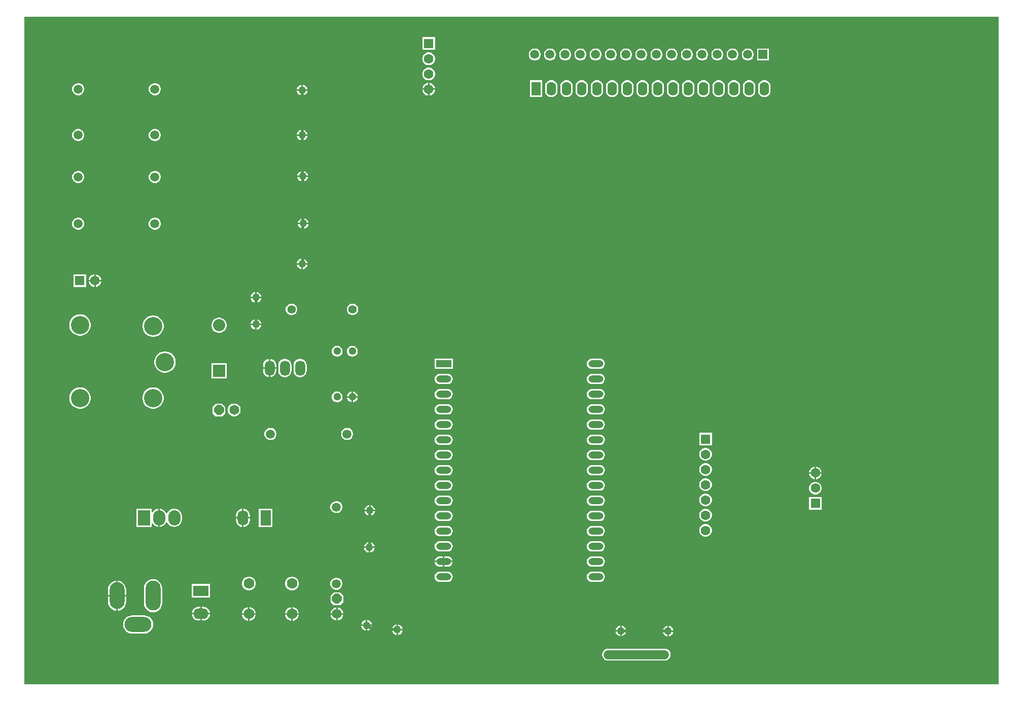
<source format=gbl>
G04*
G04 #@! TF.GenerationSoftware,Altium Limited,Altium Designer,21.9.2 (33)*
G04*
G04 Layer_Physical_Order=2*
G04 Layer_Color=16711680*
%FSTAX24Y24*%
%MOIN*%
G70*
G04*
G04 #@! TF.SameCoordinates,C5A77AB0-E889-4DE2-9FB0-3BE7D8941CBD*
G04*
G04*
G04 #@! TF.FilePolarity,Positive*
G04*
G01*
G75*
%ADD45C,0.0591*%
%ADD51C,0.0197*%
%ADD52C,0.0591*%
%ADD53P,0.0704X8X292.5*%
%ADD54C,0.0650*%
%ADD55C,0.0630*%
%ADD56R,0.0630X0.0630*%
%ADD57R,0.0591X0.0591*%
%ADD58O,0.0984X0.0472*%
%ADD59R,0.0984X0.0472*%
%ADD60C,0.1200*%
%ADD61C,0.0800*%
%ADD62R,0.0800X0.0800*%
%ADD63P,0.0704X8X22.5*%
%ADD64C,0.0700*%
%ADD65O,0.1772X0.0984*%
%ADD66O,0.0984X0.1772*%
%ADD67O,0.0984X0.1969*%
%ADD68O,0.0700X0.1000*%
%ADD69R,0.0700X0.1000*%
%ADD70R,0.0800X0.1000*%
%ADD71O,0.0800X0.1000*%
%ADD72R,0.0620X0.0900*%
%ADD73O,0.0620X0.0900*%
%ADD74R,0.0630X0.0630*%
%ADD75C,0.0512*%
%ADD76C,0.0551*%
%ADD77O,0.0660X0.1000*%
%ADD78R,0.1000X0.0700*%
%ADD79O,0.1000X0.0700*%
%ADD80C,0.0500*%
G36*
X074252Y010083D02*
X010205D01*
Y051929D01*
Y053968D01*
X074252D01*
Y010083D01*
D02*
G37*
%LPC*%
G36*
X037194Y052604D02*
X036365D01*
Y051774D01*
X037194D01*
Y052604D01*
D02*
G37*
G36*
X059147Y051868D02*
X058357D01*
Y051077D01*
X059147D01*
Y051868D01*
D02*
G37*
G36*
X057804D02*
X0577D01*
X057599Y051841D01*
X057509Y051789D01*
X057436Y051715D01*
X057384Y051625D01*
X057357Y051524D01*
Y05142D01*
X057384Y05132D01*
X057436Y05123D01*
X057509Y051156D01*
X057599Y051104D01*
X0577Y051077D01*
X057804D01*
X057905Y051104D01*
X057995Y051156D01*
X058068Y05123D01*
X05812Y05132D01*
X058147Y05142D01*
Y051524D01*
X05812Y051625D01*
X058068Y051715D01*
X057995Y051789D01*
X057905Y051841D01*
X057804Y051868D01*
D02*
G37*
G36*
X056804D02*
X0567D01*
X056599Y051841D01*
X056509Y051789D01*
X056436Y051715D01*
X056384Y051625D01*
X056357Y051524D01*
Y05142D01*
X056384Y05132D01*
X056436Y05123D01*
X056509Y051156D01*
X056599Y051104D01*
X0567Y051077D01*
X056804D01*
X056905Y051104D01*
X056995Y051156D01*
X057068Y05123D01*
X05712Y05132D01*
X057147Y05142D01*
Y051524D01*
X05712Y051625D01*
X057068Y051715D01*
X056995Y051789D01*
X056905Y051841D01*
X056804Y051868D01*
D02*
G37*
G36*
X055804D02*
X0557D01*
X055599Y051841D01*
X055509Y051789D01*
X055436Y051715D01*
X055384Y051625D01*
X055357Y051524D01*
Y05142D01*
X055384Y05132D01*
X055436Y05123D01*
X055509Y051156D01*
X055599Y051104D01*
X0557Y051077D01*
X055804D01*
X055905Y051104D01*
X055995Y051156D01*
X056068Y05123D01*
X05612Y05132D01*
X056147Y05142D01*
Y051524D01*
X05612Y051625D01*
X056068Y051715D01*
X055995Y051789D01*
X055905Y051841D01*
X055804Y051868D01*
D02*
G37*
G36*
X054804D02*
X0547D01*
X054599Y051841D01*
X054509Y051789D01*
X054436Y051715D01*
X054384Y051625D01*
X054357Y051524D01*
Y05142D01*
X054384Y05132D01*
X054436Y05123D01*
X054509Y051156D01*
X054599Y051104D01*
X0547Y051077D01*
X054804D01*
X054905Y051104D01*
X054995Y051156D01*
X055068Y05123D01*
X05512Y05132D01*
X055147Y05142D01*
Y051524D01*
X05512Y051625D01*
X055068Y051715D01*
X054995Y051789D01*
X054905Y051841D01*
X054804Y051868D01*
D02*
G37*
G36*
X053804D02*
X0537D01*
X053599Y051841D01*
X053509Y051789D01*
X053436Y051715D01*
X053384Y051625D01*
X053357Y051524D01*
Y05142D01*
X053384Y05132D01*
X053436Y05123D01*
X053509Y051156D01*
X053599Y051104D01*
X0537Y051077D01*
X053804D01*
X053905Y051104D01*
X053995Y051156D01*
X054068Y05123D01*
X05412Y05132D01*
X054147Y05142D01*
Y051524D01*
X05412Y051625D01*
X054068Y051715D01*
X053995Y051789D01*
X053905Y051841D01*
X053804Y051868D01*
D02*
G37*
G36*
X052804D02*
X0527D01*
X052599Y051841D01*
X052509Y051789D01*
X052436Y051715D01*
X052384Y051625D01*
X052357Y051524D01*
Y05142D01*
X052384Y05132D01*
X052436Y05123D01*
X052509Y051156D01*
X052599Y051104D01*
X0527Y051077D01*
X052804D01*
X052905Y051104D01*
X052995Y051156D01*
X053068Y05123D01*
X05312Y05132D01*
X053147Y05142D01*
Y051524D01*
X05312Y051625D01*
X053068Y051715D01*
X052995Y051789D01*
X052905Y051841D01*
X052804Y051868D01*
D02*
G37*
G36*
X051804D02*
X0517D01*
X051599Y051841D01*
X051509Y051789D01*
X051436Y051715D01*
X051384Y051625D01*
X051357Y051524D01*
Y05142D01*
X051384Y05132D01*
X051436Y05123D01*
X051509Y051156D01*
X051599Y051104D01*
X0517Y051077D01*
X051804D01*
X051905Y051104D01*
X051995Y051156D01*
X052068Y05123D01*
X05212Y05132D01*
X052147Y05142D01*
Y051524D01*
X05212Y051625D01*
X052068Y051715D01*
X051995Y051789D01*
X051905Y051841D01*
X051804Y051868D01*
D02*
G37*
G36*
X050804D02*
X0507D01*
X050599Y051841D01*
X050509Y051789D01*
X050436Y051715D01*
X050384Y051625D01*
X050357Y051524D01*
Y05142D01*
X050384Y05132D01*
X050436Y05123D01*
X050509Y051156D01*
X050599Y051104D01*
X0507Y051077D01*
X050804D01*
X050905Y051104D01*
X050995Y051156D01*
X051068Y05123D01*
X05112Y05132D01*
X051147Y05142D01*
Y051524D01*
X05112Y051625D01*
X051068Y051715D01*
X050995Y051789D01*
X050905Y051841D01*
X050804Y051868D01*
D02*
G37*
G36*
X049804D02*
X0497D01*
X049599Y051841D01*
X049509Y051789D01*
X049436Y051715D01*
X049384Y051625D01*
X049357Y051524D01*
Y05142D01*
X049384Y05132D01*
X049436Y05123D01*
X049509Y051156D01*
X049599Y051104D01*
X0497Y051077D01*
X049804D01*
X049905Y051104D01*
X049995Y051156D01*
X050068Y05123D01*
X05012Y05132D01*
X050147Y05142D01*
Y051524D01*
X05012Y051625D01*
X050068Y051715D01*
X049995Y051789D01*
X049905Y051841D01*
X049804Y051868D01*
D02*
G37*
G36*
X048804D02*
X0487D01*
X048599Y051841D01*
X048509Y051789D01*
X048436Y051715D01*
X048384Y051625D01*
X048357Y051524D01*
Y05142D01*
X048384Y05132D01*
X048436Y05123D01*
X048509Y051156D01*
X048599Y051104D01*
X0487Y051077D01*
X048804D01*
X048905Y051104D01*
X048995Y051156D01*
X049068Y05123D01*
X04912Y05132D01*
X049147Y05142D01*
Y051524D01*
X04912Y051625D01*
X049068Y051715D01*
X048995Y051789D01*
X048905Y051841D01*
X048804Y051868D01*
D02*
G37*
G36*
X047804D02*
X0477D01*
X047599Y051841D01*
X047509Y051789D01*
X047436Y051715D01*
X047384Y051625D01*
X047357Y051524D01*
Y05142D01*
X047384Y05132D01*
X047436Y05123D01*
X047509Y051156D01*
X047599Y051104D01*
X0477Y051077D01*
X047804D01*
X047905Y051104D01*
X047995Y051156D01*
X048068Y05123D01*
X04812Y05132D01*
X048147Y05142D01*
Y051524D01*
X04812Y051625D01*
X048068Y051715D01*
X047995Y051789D01*
X047905Y051841D01*
X047804Y051868D01*
D02*
G37*
G36*
X046804D02*
X0467D01*
X046599Y051841D01*
X046509Y051789D01*
X046436Y051715D01*
X046384Y051625D01*
X046357Y051524D01*
Y05142D01*
X046384Y05132D01*
X046436Y05123D01*
X046509Y051156D01*
X046599Y051104D01*
X0467Y051077D01*
X046804D01*
X046905Y051104D01*
X046995Y051156D01*
X047068Y05123D01*
X04712Y05132D01*
X047147Y05142D01*
Y051524D01*
X04712Y051625D01*
X047068Y051715D01*
X046995Y051789D01*
X046905Y051841D01*
X046804Y051868D01*
D02*
G37*
G36*
X045804D02*
X0457D01*
X045599Y051841D01*
X045509Y051789D01*
X045436Y051715D01*
X045384Y051625D01*
X045357Y051524D01*
Y05142D01*
X045384Y05132D01*
X045436Y05123D01*
X045509Y051156D01*
X045599Y051104D01*
X0457Y051077D01*
X045804D01*
X045905Y051104D01*
X045995Y051156D01*
X046068Y05123D01*
X04612Y05132D01*
X046147Y05142D01*
Y051524D01*
X04612Y051625D01*
X046068Y051715D01*
X045995Y051789D01*
X045905Y051841D01*
X045804Y051868D01*
D02*
G37*
G36*
X044804D02*
X0447D01*
X044599Y051841D01*
X044509Y051789D01*
X044436Y051715D01*
X044384Y051625D01*
X044357Y051524D01*
Y05142D01*
X044384Y05132D01*
X044436Y05123D01*
X044509Y051156D01*
X044599Y051104D01*
X0447Y051077D01*
X044804D01*
X044905Y051104D01*
X044995Y051156D01*
X045068Y05123D01*
X04512Y05132D01*
X045147Y05142D01*
Y051524D01*
X04512Y051625D01*
X045068Y051715D01*
X044995Y051789D01*
X044905Y051841D01*
X044804Y051868D01*
D02*
G37*
G36*
X043804D02*
X0437D01*
X043599Y051841D01*
X043509Y051789D01*
X043436Y051715D01*
X043384Y051625D01*
X043357Y051524D01*
Y05142D01*
X043384Y05132D01*
X043436Y05123D01*
X043509Y051156D01*
X043599Y051104D01*
X0437Y051077D01*
X043804D01*
X043905Y051104D01*
X043995Y051156D01*
X044068Y05123D01*
X04412Y05132D01*
X044147Y05142D01*
Y051524D01*
X04412Y051625D01*
X044068Y051715D01*
X043995Y051789D01*
X043905Y051841D01*
X043804Y051868D01*
D02*
G37*
G36*
X036834Y051604D02*
X036725D01*
X036619Y051576D01*
X036525Y051521D01*
X036447Y051444D01*
X036393Y051349D01*
X036365Y051244D01*
Y051134D01*
X036393Y051029D01*
X036447Y050934D01*
X036525Y050857D01*
X036619Y050802D01*
X036725Y050774D01*
X036834D01*
X03694Y050802D01*
X037034Y050857D01*
X037112Y050934D01*
X037166Y051029D01*
X037194Y051134D01*
Y051244D01*
X037166Y051349D01*
X037112Y051444D01*
X037034Y051521D01*
X03694Y051576D01*
X036834Y051604D01*
D02*
G37*
G36*
Y050604D02*
X036725D01*
X036619Y050576D01*
X036525Y050521D01*
X036447Y050444D01*
X036393Y050349D01*
X036365Y050244D01*
Y050134D01*
X036393Y050029D01*
X036447Y049934D01*
X036525Y049857D01*
X036619Y049802D01*
X036725Y049774D01*
X036834D01*
X03694Y049802D01*
X037034Y049857D01*
X037112Y049934D01*
X037166Y050029D01*
X037194Y050134D01*
Y050244D01*
X037166Y050349D01*
X037112Y050444D01*
X037034Y050521D01*
X03694Y050576D01*
X036834Y050604D01*
D02*
G37*
G36*
Y049604D02*
X03683D01*
Y049239D01*
X037194D01*
Y049244D01*
X037166Y049349D01*
X037112Y049444D01*
X037034Y049521D01*
X03694Y049576D01*
X036834Y049604D01*
D02*
G37*
G36*
X03673D02*
X036725D01*
X036619Y049576D01*
X036525Y049521D01*
X036447Y049444D01*
X036393Y049349D01*
X036365Y049244D01*
Y049239D01*
X03673D01*
Y049604D01*
D02*
G37*
G36*
X028515Y049483D02*
Y049184D01*
X028814D01*
X028791Y049269D01*
X028745Y049349D01*
X028679Y049414D01*
X0286Y04946D01*
X028515Y049483D01*
D02*
G37*
G36*
X028415D02*
X028329Y04946D01*
X02825Y049414D01*
X028184Y049349D01*
X028138Y049269D01*
X028116Y049184D01*
X028415D01*
Y049483D01*
D02*
G37*
G36*
X018832Y049588D02*
X018727D01*
X018627Y049561D01*
X018537Y049509D01*
X018463Y049436D01*
X018411Y049345D01*
X018384Y049245D01*
Y049141D01*
X018411Y04904D01*
X018463Y04895D01*
X018537Y048877D01*
X018627Y048825D01*
X018727Y048798D01*
X018832D01*
X018932Y048825D01*
X019022Y048877D01*
X019096Y04895D01*
X019148Y04904D01*
X019175Y049141D01*
Y049245D01*
X019148Y049345D01*
X019096Y049436D01*
X019022Y049509D01*
X018932Y049561D01*
X018832Y049588D01*
D02*
G37*
G36*
X013792D02*
X013688D01*
X013588Y049561D01*
X013497Y049509D01*
X013424Y049436D01*
X013372Y049345D01*
X013345Y049245D01*
Y049141D01*
X013372Y04904D01*
X013424Y04895D01*
X013497Y048877D01*
X013588Y048825D01*
X013688Y048798D01*
X013792D01*
X013893Y048825D01*
X013983Y048877D01*
X014056Y04895D01*
X014108Y04904D01*
X014135Y049141D01*
Y049245D01*
X014108Y049345D01*
X014056Y049436D01*
X013983Y049509D01*
X013893Y049561D01*
X013792Y049588D01*
D02*
G37*
G36*
X028814Y049084D02*
X028515D01*
Y048785D01*
X0286Y048808D01*
X028679Y048854D01*
X028745Y048919D01*
X028791Y048999D01*
X028814Y049084D01*
D02*
G37*
G36*
X028415D02*
X028116D01*
X028138Y048999D01*
X028184Y048919D01*
X02825Y048854D01*
X028329Y048808D01*
X028415Y048785D01*
Y049084D01*
D02*
G37*
G36*
X037194Y049139D02*
X03683D01*
Y048774D01*
X036834D01*
X03694Y048802D01*
X037034Y048857D01*
X037112Y048934D01*
X037166Y049029D01*
X037194Y049134D01*
Y049139D01*
D02*
G37*
G36*
X03673D02*
X036365D01*
Y049134D01*
X036393Y049029D01*
X036447Y048934D01*
X036525Y048857D01*
X036619Y048802D01*
X036725Y048774D01*
X03673D01*
Y049139D01*
D02*
G37*
G36*
X044245Y049782D02*
X043425D01*
Y048682D01*
X044245D01*
Y049782D01*
D02*
G37*
G36*
X058835Y049786D02*
X058728Y049772D01*
X058628Y04973D01*
X058542Y049665D01*
X058477Y049579D01*
X058435Y049479D01*
X058421Y049372D01*
Y049092D01*
X058435Y048985D01*
X058477Y048886D01*
X058542Y0488D01*
X058628Y048734D01*
X058728Y048693D01*
X058835Y048679D01*
X058942Y048693D01*
X059041Y048734D01*
X059127Y0488D01*
X059193Y048886D01*
X059234Y048985D01*
X059248Y049092D01*
Y049372D01*
X059234Y049479D01*
X059193Y049579D01*
X059127Y049665D01*
X059041Y04973D01*
X058942Y049772D01*
X058835Y049786D01*
D02*
G37*
G36*
X057835D02*
X057728Y049772D01*
X057628Y04973D01*
X057542Y049665D01*
X057477Y049579D01*
X057435Y049479D01*
X057421Y049372D01*
Y049092D01*
X057435Y048985D01*
X057477Y048886D01*
X057542Y0488D01*
X057628Y048734D01*
X057728Y048693D01*
X057835Y048679D01*
X057942Y048693D01*
X058041Y048734D01*
X058127Y0488D01*
X058193Y048886D01*
X058234Y048985D01*
X058248Y049092D01*
Y049372D01*
X058234Y049479D01*
X058193Y049579D01*
X058127Y049665D01*
X058041Y04973D01*
X057942Y049772D01*
X057835Y049786D01*
D02*
G37*
G36*
X056835D02*
X056728Y049772D01*
X056628Y04973D01*
X056542Y049665D01*
X056477Y049579D01*
X056435Y049479D01*
X056421Y049372D01*
Y049092D01*
X056435Y048985D01*
X056477Y048886D01*
X056542Y0488D01*
X056628Y048734D01*
X056728Y048693D01*
X056835Y048679D01*
X056942Y048693D01*
X057041Y048734D01*
X057127Y0488D01*
X057193Y048886D01*
X057234Y048985D01*
X057248Y049092D01*
Y049372D01*
X057234Y049479D01*
X057193Y049579D01*
X057127Y049665D01*
X057041Y04973D01*
X056942Y049772D01*
X056835Y049786D01*
D02*
G37*
G36*
X055835D02*
X055728Y049772D01*
X055628Y04973D01*
X055542Y049665D01*
X055477Y049579D01*
X055435Y049479D01*
X055421Y049372D01*
Y049092D01*
X055435Y048985D01*
X055477Y048886D01*
X055542Y0488D01*
X055628Y048734D01*
X055728Y048693D01*
X055835Y048679D01*
X055942Y048693D01*
X056041Y048734D01*
X056127Y0488D01*
X056193Y048886D01*
X056234Y048985D01*
X056248Y049092D01*
Y049372D01*
X056234Y049479D01*
X056193Y049579D01*
X056127Y049665D01*
X056041Y04973D01*
X055942Y049772D01*
X055835Y049786D01*
D02*
G37*
G36*
X054835D02*
X054728Y049772D01*
X054628Y04973D01*
X054542Y049665D01*
X054477Y049579D01*
X054435Y049479D01*
X054421Y049372D01*
Y049092D01*
X054435Y048985D01*
X054477Y048886D01*
X054542Y0488D01*
X054628Y048734D01*
X054728Y048693D01*
X054835Y048679D01*
X054942Y048693D01*
X055041Y048734D01*
X055127Y0488D01*
X055193Y048886D01*
X055234Y048985D01*
X055248Y049092D01*
Y049372D01*
X055234Y049479D01*
X055193Y049579D01*
X055127Y049665D01*
X055041Y04973D01*
X054942Y049772D01*
X054835Y049786D01*
D02*
G37*
G36*
X053835D02*
X053728Y049772D01*
X053628Y04973D01*
X053542Y049665D01*
X053477Y049579D01*
X053435Y049479D01*
X053421Y049372D01*
Y049092D01*
X053435Y048985D01*
X053477Y048886D01*
X053542Y0488D01*
X053628Y048734D01*
X053728Y048693D01*
X053835Y048679D01*
X053942Y048693D01*
X054041Y048734D01*
X054127Y0488D01*
X054193Y048886D01*
X054234Y048985D01*
X054248Y049092D01*
Y049372D01*
X054234Y049479D01*
X054193Y049579D01*
X054127Y049665D01*
X054041Y04973D01*
X053942Y049772D01*
X053835Y049786D01*
D02*
G37*
G36*
X052835D02*
X052728Y049772D01*
X052628Y04973D01*
X052542Y049665D01*
X052477Y049579D01*
X052435Y049479D01*
X052421Y049372D01*
Y049092D01*
X052435Y048985D01*
X052477Y048886D01*
X052542Y0488D01*
X052628Y048734D01*
X052728Y048693D01*
X052835Y048679D01*
X052942Y048693D01*
X053041Y048734D01*
X053127Y0488D01*
X053193Y048886D01*
X053234Y048985D01*
X053248Y049092D01*
Y049372D01*
X053234Y049479D01*
X053193Y049579D01*
X053127Y049665D01*
X053041Y04973D01*
X052942Y049772D01*
X052835Y049786D01*
D02*
G37*
G36*
X051835D02*
X051728Y049772D01*
X051628Y04973D01*
X051542Y049665D01*
X051477Y049579D01*
X051435Y049479D01*
X051421Y049372D01*
Y049092D01*
X051435Y048985D01*
X051477Y048886D01*
X051542Y0488D01*
X051628Y048734D01*
X051728Y048693D01*
X051835Y048679D01*
X051942Y048693D01*
X052041Y048734D01*
X052127Y0488D01*
X052193Y048886D01*
X052234Y048985D01*
X052248Y049092D01*
Y049372D01*
X052234Y049479D01*
X052193Y049579D01*
X052127Y049665D01*
X052041Y04973D01*
X051942Y049772D01*
X051835Y049786D01*
D02*
G37*
G36*
X050835D02*
X050728Y049772D01*
X050628Y04973D01*
X050542Y049665D01*
X050477Y049579D01*
X050435Y049479D01*
X050421Y049372D01*
Y049092D01*
X050435Y048985D01*
X050477Y048886D01*
X050542Y0488D01*
X050628Y048734D01*
X050728Y048693D01*
X050835Y048679D01*
X050942Y048693D01*
X051041Y048734D01*
X051127Y0488D01*
X051193Y048886D01*
X051234Y048985D01*
X051248Y049092D01*
Y049372D01*
X051234Y049479D01*
X051193Y049579D01*
X051127Y049665D01*
X051041Y04973D01*
X050942Y049772D01*
X050835Y049786D01*
D02*
G37*
G36*
X049835D02*
X049728Y049772D01*
X049628Y04973D01*
X049542Y049665D01*
X049477Y049579D01*
X049435Y049479D01*
X049421Y049372D01*
Y049092D01*
X049435Y048985D01*
X049477Y048886D01*
X049542Y0488D01*
X049628Y048734D01*
X049728Y048693D01*
X049835Y048679D01*
X049942Y048693D01*
X050041Y048734D01*
X050127Y0488D01*
X050193Y048886D01*
X050234Y048985D01*
X050248Y049092D01*
Y049372D01*
X050234Y049479D01*
X050193Y049579D01*
X050127Y049665D01*
X050041Y04973D01*
X049942Y049772D01*
X049835Y049786D01*
D02*
G37*
G36*
X048835D02*
X048728Y049772D01*
X048628Y04973D01*
X048542Y049665D01*
X048477Y049579D01*
X048435Y049479D01*
X048421Y049372D01*
Y049092D01*
X048435Y048985D01*
X048477Y048886D01*
X048542Y0488D01*
X048628Y048734D01*
X048728Y048693D01*
X048835Y048679D01*
X048942Y048693D01*
X049041Y048734D01*
X049127Y0488D01*
X049193Y048886D01*
X049234Y048985D01*
X049248Y049092D01*
Y049372D01*
X049234Y049479D01*
X049193Y049579D01*
X049127Y049665D01*
X049041Y04973D01*
X048942Y049772D01*
X048835Y049786D01*
D02*
G37*
G36*
X047835D02*
X047728Y049772D01*
X047628Y04973D01*
X047542Y049665D01*
X047477Y049579D01*
X047435Y049479D01*
X047421Y049372D01*
Y049092D01*
X047435Y048985D01*
X047477Y048886D01*
X047542Y0488D01*
X047628Y048734D01*
X047728Y048693D01*
X047835Y048679D01*
X047942Y048693D01*
X048041Y048734D01*
X048127Y0488D01*
X048193Y048886D01*
X048234Y048985D01*
X048248Y049092D01*
Y049372D01*
X048234Y049479D01*
X048193Y049579D01*
X048127Y049665D01*
X048041Y04973D01*
X047942Y049772D01*
X047835Y049786D01*
D02*
G37*
G36*
X046835D02*
X046728Y049772D01*
X046628Y04973D01*
X046542Y049665D01*
X046477Y049579D01*
X046435Y049479D01*
X046421Y049372D01*
Y049092D01*
X046435Y048985D01*
X046477Y048886D01*
X046542Y0488D01*
X046628Y048734D01*
X046728Y048693D01*
X046835Y048679D01*
X046942Y048693D01*
X047041Y048734D01*
X047127Y0488D01*
X047193Y048886D01*
X047234Y048985D01*
X047248Y049092D01*
Y049372D01*
X047234Y049479D01*
X047193Y049579D01*
X047127Y049665D01*
X047041Y04973D01*
X046942Y049772D01*
X046835Y049786D01*
D02*
G37*
G36*
X045835D02*
X045728Y049772D01*
X045628Y04973D01*
X045542Y049665D01*
X045477Y049579D01*
X045435Y049479D01*
X045421Y049372D01*
Y049092D01*
X045435Y048985D01*
X045477Y048886D01*
X045542Y0488D01*
X045628Y048734D01*
X045728Y048693D01*
X045835Y048679D01*
X045942Y048693D01*
X046041Y048734D01*
X046127Y0488D01*
X046193Y048886D01*
X046234Y048985D01*
X046248Y049092D01*
Y049372D01*
X046234Y049479D01*
X046193Y049579D01*
X046127Y049665D01*
X046041Y04973D01*
X045942Y049772D01*
X045835Y049786D01*
D02*
G37*
G36*
X044835D02*
X044728Y049772D01*
X044628Y04973D01*
X044542Y049665D01*
X044477Y049579D01*
X044435Y049479D01*
X044421Y049372D01*
Y049092D01*
X044435Y048985D01*
X044477Y048886D01*
X044542Y0488D01*
X044628Y048734D01*
X044728Y048693D01*
X044835Y048679D01*
X044942Y048693D01*
X045041Y048734D01*
X045127Y0488D01*
X045193Y048886D01*
X045234Y048985D01*
X045248Y049092D01*
Y049372D01*
X045234Y049479D01*
X045193Y049579D01*
X045127Y049665D01*
X045041Y04973D01*
X044942Y049772D01*
X044835Y049786D01*
D02*
G37*
G36*
X028515Y04653D02*
Y046231D01*
X028814D01*
X028791Y046316D01*
X028745Y046396D01*
X028679Y046461D01*
X0286Y046507D01*
X028515Y04653D01*
D02*
G37*
G36*
X028415D02*
X028329Y046507D01*
X02825Y046461D01*
X028184Y046396D01*
X028138Y046316D01*
X028116Y046231D01*
X028415D01*
Y04653D01*
D02*
G37*
G36*
X028814Y046131D02*
X028515D01*
Y045832D01*
X0286Y045855D01*
X028679Y045901D01*
X028745Y045966D01*
X028791Y046046D01*
X028814Y046131D01*
D02*
G37*
G36*
X028415D02*
X028116D01*
X028138Y046046D01*
X028184Y045966D01*
X02825Y045901D01*
X028329Y045855D01*
X028415Y045832D01*
Y046131D01*
D02*
G37*
G36*
X018832Y046576D02*
X018727D01*
X018627Y046549D01*
X018537Y046497D01*
X018463Y046424D01*
X018411Y046334D01*
X018384Y046233D01*
Y046129D01*
X018411Y046029D01*
X018463Y045938D01*
X018537Y045865D01*
X018627Y045813D01*
X018727Y045786D01*
X018832D01*
X018932Y045813D01*
X019022Y045865D01*
X019096Y045938D01*
X019148Y046029D01*
X019175Y046129D01*
Y046233D01*
X019148Y046334D01*
X019096Y046424D01*
X019022Y046497D01*
X018932Y046549D01*
X018832Y046576D01*
D02*
G37*
G36*
X013792D02*
X013688D01*
X013588Y046549D01*
X013497Y046497D01*
X013424Y046424D01*
X013372Y046334D01*
X013345Y046233D01*
Y046129D01*
X013372Y046029D01*
X013424Y045938D01*
X013497Y045865D01*
X013588Y045813D01*
X013688Y045786D01*
X013792D01*
X013893Y045813D01*
X013983Y045865D01*
X014056Y045938D01*
X014108Y046029D01*
X014135Y046129D01*
Y046233D01*
X014108Y046334D01*
X014056Y046424D01*
X013983Y046497D01*
X013893Y046549D01*
X013792Y046576D01*
D02*
G37*
G36*
X028546Y043821D02*
Y043522D01*
X028845D01*
X028822Y043608D01*
X028776Y043687D01*
X028711Y043753D01*
X028631Y043799D01*
X028546Y043821D01*
D02*
G37*
G36*
X028446D02*
X028361Y043799D01*
X028281Y043753D01*
X028216Y043687D01*
X02817Y043608D01*
X028147Y043522D01*
X028446D01*
Y043821D01*
D02*
G37*
G36*
X028845Y043422D02*
X028546D01*
Y043123D01*
X028631Y043146D01*
X028711Y043192D01*
X028776Y043258D01*
X028822Y043337D01*
X028845Y043422D01*
D02*
G37*
G36*
X028446D02*
X028147D01*
X02817Y043337D01*
X028216Y043258D01*
X028281Y043192D01*
X028361Y043146D01*
X028446Y043123D01*
Y043422D01*
D02*
G37*
G36*
X018832Y04382D02*
X018727D01*
X018627Y043794D01*
X018537Y043741D01*
X018463Y043668D01*
X018411Y043578D01*
X018384Y043477D01*
Y043373D01*
X018411Y043273D01*
X018463Y043182D01*
X018537Y043109D01*
X018627Y043057D01*
X018727Y04303D01*
X018832D01*
X018932Y043057D01*
X019022Y043109D01*
X019096Y043182D01*
X019148Y043273D01*
X019175Y043373D01*
Y043477D01*
X019148Y043578D01*
X019096Y043668D01*
X019022Y043741D01*
X018932Y043794D01*
X018832Y04382D01*
D02*
G37*
G36*
X013792D02*
X013688D01*
X013588Y043794D01*
X013497Y043741D01*
X013424Y043668D01*
X013372Y043578D01*
X013345Y043477D01*
Y043373D01*
X013372Y043273D01*
X013424Y043182D01*
X013497Y043109D01*
X013588Y043057D01*
X013688Y04303D01*
X013792D01*
X013893Y043057D01*
X013983Y043109D01*
X014056Y043182D01*
X014108Y043273D01*
X014135Y043373D01*
Y043477D01*
X014108Y043578D01*
X014056Y043668D01*
X013983Y043741D01*
X013893Y043794D01*
X013792Y04382D01*
D02*
G37*
G36*
X028585Y040719D02*
Y04042D01*
X028884D01*
X028862Y040505D01*
X028816Y040585D01*
X02875Y04065D01*
X028671Y040696D01*
X028585Y040719D01*
D02*
G37*
G36*
X028485D02*
X0284Y040696D01*
X028321Y04065D01*
X028255Y040585D01*
X028209Y040505D01*
X028186Y04042D01*
X028485D01*
Y040719D01*
D02*
G37*
G36*
X028884Y04032D02*
X028585D01*
Y040021D01*
X028671Y040044D01*
X02875Y04009D01*
X028816Y040155D01*
X028862Y040235D01*
X028884Y04032D01*
D02*
G37*
G36*
X028485D02*
X028186D01*
X028209Y040235D01*
X028255Y040155D01*
X028321Y04009D01*
X0284Y040044D01*
X028485Y040021D01*
Y04032D01*
D02*
G37*
G36*
X018832Y04075D02*
X018727D01*
X018627Y040723D01*
X018537Y040671D01*
X018463Y040597D01*
X018411Y040507D01*
X018384Y040406D01*
Y040302D01*
X018411Y040202D01*
X018463Y040112D01*
X018537Y040038D01*
X018627Y039986D01*
X018727Y039959D01*
X018832D01*
X018932Y039986D01*
X019022Y040038D01*
X019096Y040112D01*
X019148Y040202D01*
X019175Y040302D01*
Y040406D01*
X019148Y040507D01*
X019096Y040597D01*
X019022Y040671D01*
X018932Y040723D01*
X018832Y04075D01*
D02*
G37*
G36*
X013792D02*
X013688D01*
X013588Y040723D01*
X013497Y040671D01*
X013424Y040597D01*
X013372Y040507D01*
X013345Y040406D01*
Y040302D01*
X013372Y040202D01*
X013424Y040112D01*
X013497Y040038D01*
X013588Y039986D01*
X013688Y039959D01*
X013792D01*
X013893Y039986D01*
X013983Y040038D01*
X014056Y040112D01*
X014108Y040202D01*
X014135Y040302D01*
Y040406D01*
X014108Y040507D01*
X014056Y040597D01*
X013983Y040671D01*
X013893Y040723D01*
X013792Y04075D01*
D02*
G37*
G36*
X028515Y038065D02*
Y037767D01*
X028814D01*
X028791Y037852D01*
X028745Y037931D01*
X028679Y037997D01*
X0286Y038043D01*
X028515Y038065D01*
D02*
G37*
G36*
X028415D02*
X028329Y038043D01*
X02825Y037997D01*
X028184Y037931D01*
X028138Y037852D01*
X028116Y037767D01*
X028415D01*
Y038065D01*
D02*
G37*
G36*
X028814Y037667D02*
X028515D01*
Y037368D01*
X0286Y03739D01*
X028679Y037436D01*
X028745Y037502D01*
X028791Y037581D01*
X028814Y037667D01*
D02*
G37*
G36*
X028415D02*
X028116D01*
X028138Y037581D01*
X028184Y037502D01*
X02825Y037436D01*
X028329Y03739D01*
X028415Y037368D01*
Y037667D01*
D02*
G37*
G36*
X014897Y037029D02*
X014893D01*
Y036664D01*
X015257D01*
Y036669D01*
X015229Y036774D01*
X015175Y036869D01*
X015097Y036946D01*
X015003Y037001D01*
X014897Y037029D01*
D02*
G37*
G36*
X014793D02*
X014788D01*
X014682Y037001D01*
X014588Y036946D01*
X01451Y036869D01*
X014456Y036774D01*
X014428Y036669D01*
Y036664D01*
X014793D01*
Y037029D01*
D02*
G37*
G36*
X015257Y036564D02*
X014893D01*
Y036199D01*
X014897D01*
X015003Y036227D01*
X015097Y036282D01*
X015175Y036359D01*
X015229Y036454D01*
X015257Y03656D01*
Y036564D01*
D02*
G37*
G36*
X014793D02*
X014428D01*
Y03656D01*
X014456Y036454D01*
X01451Y036359D01*
X014588Y036282D01*
X014682Y036227D01*
X014788Y036199D01*
X014793D01*
Y036564D01*
D02*
G37*
G36*
X014257Y037029D02*
X013428D01*
Y036199D01*
X014257D01*
Y037029D01*
D02*
G37*
G36*
X025483Y035861D02*
Y035562D01*
X025782D01*
X025759Y035647D01*
X025713Y035727D01*
X025648Y035792D01*
X025568Y035838D01*
X025483Y035861D01*
D02*
G37*
G36*
X025383D02*
X025298Y035838D01*
X025218Y035792D01*
X025153Y035727D01*
X025107Y035647D01*
X025084Y035562D01*
X025383D01*
Y035861D01*
D02*
G37*
G36*
X025782Y035462D02*
X025483D01*
Y035163D01*
X025568Y035186D01*
X025648Y035232D01*
X025713Y035297D01*
X025759Y035377D01*
X025782Y035462D01*
D02*
G37*
G36*
X025383D02*
X025084D01*
X025107Y035377D01*
X025153Y035297D01*
X025218Y035232D01*
X025298Y035186D01*
X025383Y035163D01*
Y035462D01*
D02*
G37*
G36*
X031821Y0351D02*
X031722D01*
X031627Y035074D01*
X031541Y035025D01*
X031471Y034955D01*
X031422Y034869D01*
X031396Y034774D01*
Y034675D01*
X031422Y034579D01*
X031471Y034494D01*
X031541Y034424D01*
X031627Y034374D01*
X031722Y034349D01*
X031821D01*
X031917Y034374D01*
X032002Y034424D01*
X032072Y034494D01*
X032122Y034579D01*
X032147Y034675D01*
Y034774D01*
X032122Y034869D01*
X032072Y034955D01*
X032002Y035025D01*
X031917Y035074D01*
X031821Y0351D01*
D02*
G37*
G36*
X027805D02*
X027706D01*
X027611Y035074D01*
X027525Y035025D01*
X027455Y034955D01*
X027406Y034869D01*
X02738Y034774D01*
Y034675D01*
X027406Y034579D01*
X027455Y034494D01*
X027525Y034424D01*
X027611Y034374D01*
X027706Y034349D01*
X027805D01*
X027901Y034374D01*
X027987Y034424D01*
X028056Y034494D01*
X028106Y034579D01*
X028131Y034675D01*
Y034774D01*
X028106Y034869D01*
X028056Y034955D01*
X027987Y035025D01*
X027901Y035074D01*
X027805Y0351D01*
D02*
G37*
G36*
X025483Y034089D02*
Y03379D01*
X025782D01*
X025759Y033875D01*
X025713Y033955D01*
X025648Y03402D01*
X025568Y034066D01*
X025483Y034089D01*
D02*
G37*
G36*
X025383D02*
X025298Y034066D01*
X025218Y03402D01*
X025153Y033955D01*
X025107Y033875D01*
X025084Y03379D01*
X025383D01*
Y034089D01*
D02*
G37*
G36*
X025782Y03369D02*
X025483D01*
Y033391D01*
X025568Y033414D01*
X025648Y03346D01*
X025713Y033525D01*
X025759Y033605D01*
X025782Y03369D01*
D02*
G37*
G36*
X025383D02*
X025084D01*
X025107Y033605D01*
X025153Y033525D01*
X025218Y03346D01*
X025298Y033414D01*
X025383Y033391D01*
Y03369D01*
D02*
G37*
G36*
X023058Y034169D02*
X022926D01*
X022799Y034135D01*
X022685Y034069D01*
X022592Y033976D01*
X022526Y033862D01*
X022492Y033735D01*
Y033603D01*
X022526Y033476D01*
X022592Y033362D01*
X022685Y033269D01*
X022799Y033203D01*
X022926Y033169D01*
X023058D01*
X023185Y033203D01*
X023299Y033269D01*
X023392Y033362D01*
X023458Y033476D01*
X023492Y033603D01*
Y033735D01*
X023458Y033862D01*
X023392Y033976D01*
X023299Y034069D01*
X023185Y034135D01*
X023058Y034169D01*
D02*
G37*
G36*
X013927Y034398D02*
X013789D01*
X013654Y034371D01*
X013527Y034318D01*
X013412Y034241D01*
X013315Y034144D01*
X013238Y034029D01*
X013185Y033902D01*
X013158Y033767D01*
Y033629D01*
X013185Y033493D01*
X013238Y033366D01*
X013315Y033251D01*
X013412Y033154D01*
X013527Y033077D01*
X013654Y033025D01*
X013789Y032998D01*
X013927D01*
X014062Y033025D01*
X01419Y033077D01*
X014304Y033154D01*
X014402Y033251D01*
X014479Y033366D01*
X014531Y033493D01*
X014558Y033629D01*
Y033767D01*
X014531Y033902D01*
X014479Y034029D01*
X014402Y034144D01*
X014304Y034241D01*
X01419Y034318D01*
X014062Y034371D01*
X013927Y034398D01*
D02*
G37*
G36*
X01873Y034322D02*
X018592D01*
X018457Y034295D01*
X01833Y034242D01*
X018215Y034166D01*
X018118Y034068D01*
X018041Y033954D01*
X017988Y033826D01*
X017961Y033691D01*
Y033553D01*
X017988Y033418D01*
X018041Y03329D01*
X018118Y033176D01*
X018215Y033078D01*
X01833Y033002D01*
X018457Y032949D01*
X018592Y032922D01*
X01873D01*
X018866Y032949D01*
X018993Y033002D01*
X019108Y033078D01*
X019205Y033176D01*
X019282Y03329D01*
X019335Y033418D01*
X019361Y033553D01*
Y033691D01*
X019335Y033826D01*
X019282Y033954D01*
X019205Y034068D01*
X019108Y034166D01*
X018993Y034242D01*
X018866Y034295D01*
X01873Y034322D01*
D02*
G37*
G36*
X031807Y032328D02*
X031713D01*
X031622Y032304D01*
X031541Y032257D01*
X031475Y032191D01*
X031428Y03211D01*
X031404Y032019D01*
Y031926D01*
X031428Y031835D01*
X031475Y031754D01*
X031541Y031688D01*
X031622Y031641D01*
X031713Y031617D01*
X031807D01*
X031897Y031641D01*
X031978Y031688D01*
X032045Y031754D01*
X032091Y031835D01*
X032116Y031926D01*
Y032019D01*
X032091Y03211D01*
X032045Y032191D01*
X031978Y032257D01*
X031897Y032304D01*
X031807Y032328D01*
D02*
G37*
G36*
X030807D02*
X030713D01*
X030622Y032304D01*
X030541Y032257D01*
X030475Y032191D01*
X030428Y03211D01*
X030404Y032019D01*
Y031926D01*
X030428Y031835D01*
X030475Y031754D01*
X030541Y031688D01*
X030622Y031641D01*
X030713Y031617D01*
X030807D01*
X030897Y031641D01*
X030978Y031688D01*
X031045Y031754D01*
X031091Y031835D01*
X031116Y031926D01*
Y032019D01*
X031091Y03211D01*
X031045Y032191D01*
X030978Y032257D01*
X030897Y032304D01*
X030807Y032328D01*
D02*
G37*
G36*
X026373Y031463D02*
Y030916D01*
X026757D01*
Y031036D01*
X026742Y031148D01*
X026698Y031253D01*
X02663Y031343D01*
X02654Y031412D01*
X026435Y031455D01*
X026373Y031463D01*
D02*
G37*
G36*
X026273D02*
X026211Y031455D01*
X026106Y031412D01*
X026016Y031343D01*
X025947Y031253D01*
X025904Y031148D01*
X025889Y031036D01*
Y030916D01*
X026273D01*
Y031463D01*
D02*
G37*
G36*
X03836Y031494D02*
X037176D01*
Y030821D01*
X03836D01*
Y031494D01*
D02*
G37*
G36*
X048024Y031497D02*
X047512D01*
X047424Y031485D01*
X047342Y031451D01*
X047272Y031397D01*
X047218Y031327D01*
X047184Y031245D01*
X047173Y031157D01*
X047184Y03107D01*
X047218Y030988D01*
X047272Y030918D01*
X047342Y030864D01*
X047424Y03083D01*
X047512Y030818D01*
X048024D01*
X048111Y03083D01*
X048193Y030864D01*
X048263Y030918D01*
X048317Y030988D01*
X048351Y03107D01*
X048363Y031157D01*
X048351Y031245D01*
X048317Y031327D01*
X048263Y031397D01*
X048193Y031451D01*
X048111Y031485D01*
X048024Y031497D01*
D02*
G37*
G36*
X019518Y03196D02*
X01938D01*
X019245Y031933D01*
X019117Y03188D01*
X019003Y031804D01*
X018905Y031706D01*
X018828Y031591D01*
X018776Y031464D01*
X018749Y031329D01*
Y031191D01*
X018776Y031056D01*
X018828Y030928D01*
X018905Y030814D01*
X019003Y030716D01*
X019117Y03064D01*
X019245Y030587D01*
X01938Y03056D01*
X019518D01*
X019653Y030587D01*
X01978Y03064D01*
X019895Y030716D01*
X019993Y030814D01*
X020069Y030928D01*
X020122Y031056D01*
X020149Y031191D01*
Y031329D01*
X020122Y031464D01*
X020069Y031591D01*
X019993Y031706D01*
X019895Y031804D01*
X01978Y03188D01*
X019653Y031933D01*
X019518Y03196D01*
D02*
G37*
G36*
X026757Y030816D02*
X026373D01*
Y030269D01*
X026435Y030277D01*
X02654Y030321D01*
X02663Y030389D01*
X026698Y030479D01*
X026742Y030584D01*
X026757Y030696D01*
Y030816D01*
D02*
G37*
G36*
X026273D02*
X025889D01*
Y030696D01*
X025904Y030584D01*
X025947Y030479D01*
X026016Y030389D01*
X026106Y030321D01*
X026211Y030277D01*
X026273Y030269D01*
Y030816D01*
D02*
G37*
G36*
X028323Y03147D02*
X028211Y031455D01*
X028106Y031412D01*
X028016Y031343D01*
X027947Y031253D01*
X027904Y031148D01*
X027889Y031036D01*
Y030696D01*
X027904Y030584D01*
X027947Y030479D01*
X028016Y030389D01*
X028106Y030321D01*
X028211Y030277D01*
X028323Y030262D01*
X028435Y030277D01*
X02854Y030321D01*
X02863Y030389D01*
X028698Y030479D01*
X028742Y030584D01*
X028757Y030696D01*
Y031036D01*
X028742Y031148D01*
X028698Y031253D01*
X02863Y031343D01*
X02854Y031412D01*
X028435Y031455D01*
X028323Y03147D01*
D02*
G37*
G36*
X027323D02*
X027211Y031455D01*
X027106Y031412D01*
X027016Y031343D01*
X026947Y031253D01*
X026904Y031148D01*
X026889Y031036D01*
Y030696D01*
X026904Y030584D01*
X026947Y030479D01*
X027016Y030389D01*
X027106Y030321D01*
X027211Y030277D01*
X027323Y030262D01*
X027435Y030277D01*
X02754Y030321D01*
X02763Y030389D01*
X027698Y030479D01*
X027742Y030584D01*
X027757Y030696D01*
Y031036D01*
X027742Y031148D01*
X027698Y031253D01*
X02763Y031343D01*
X02754Y031412D01*
X027435Y031455D01*
X027323Y03147D01*
D02*
G37*
G36*
X023492Y031169D02*
X022492D01*
Y030169D01*
X023492D01*
Y031169D01*
D02*
G37*
G36*
X048024Y030497D02*
X047512D01*
X047424Y030485D01*
X047342Y030451D01*
X047272Y030397D01*
X047218Y030327D01*
X047184Y030245D01*
X047173Y030157D01*
X047184Y03007D01*
X047218Y029988D01*
X047272Y029918D01*
X047342Y029864D01*
X047424Y02983D01*
X047512Y029818D01*
X048024D01*
X048111Y02983D01*
X048193Y029864D01*
X048263Y029918D01*
X048317Y029988D01*
X048351Y03007D01*
X048363Y030157D01*
X048351Y030245D01*
X048317Y030327D01*
X048263Y030397D01*
X048193Y030451D01*
X048111Y030485D01*
X048024Y030497D01*
D02*
G37*
G36*
X038024D02*
X037512D01*
X037424Y030485D01*
X037342Y030451D01*
X037272Y030397D01*
X037218Y030327D01*
X037184Y030245D01*
X037173Y030157D01*
X037184Y03007D01*
X037218Y029988D01*
X037272Y029918D01*
X037342Y029864D01*
X037424Y02983D01*
X037512Y029818D01*
X038024D01*
X038111Y02983D01*
X038193Y029864D01*
X038263Y029918D01*
X038317Y029988D01*
X038351Y03007D01*
X038363Y030157D01*
X038351Y030245D01*
X038317Y030327D01*
X038263Y030397D01*
X038193Y030451D01*
X038111Y030485D01*
X038024Y030497D01*
D02*
G37*
G36*
X03181Y029327D02*
Y029022D01*
X032115D01*
X032091Y02911D01*
X032045Y029191D01*
X031978Y029257D01*
X031897Y029304D01*
X03181Y029327D01*
D02*
G37*
G36*
X03171D02*
X031622Y029304D01*
X031541Y029257D01*
X031475Y029191D01*
X031428Y02911D01*
X031405Y029022D01*
X03171D01*
Y029327D01*
D02*
G37*
G36*
X048024Y029497D02*
X047512D01*
X047424Y029485D01*
X047342Y029451D01*
X047272Y029397D01*
X047218Y029327D01*
X047184Y029245D01*
X047173Y029157D01*
X047184Y02907D01*
X047218Y028988D01*
X047272Y028918D01*
X047342Y028864D01*
X047424Y02883D01*
X047512Y028818D01*
X048024D01*
X048111Y02883D01*
X048193Y028864D01*
X048263Y028918D01*
X048317Y028988D01*
X048351Y02907D01*
X048363Y029157D01*
X048351Y029245D01*
X048317Y029327D01*
X048263Y029397D01*
X048193Y029451D01*
X048111Y029485D01*
X048024Y029497D01*
D02*
G37*
G36*
X038024D02*
X037512D01*
X037424Y029485D01*
X037342Y029451D01*
X037272Y029397D01*
X037218Y029327D01*
X037184Y029245D01*
X037173Y029157D01*
X037184Y02907D01*
X037218Y028988D01*
X037272Y028918D01*
X037342Y028864D01*
X037424Y02883D01*
X037512Y028818D01*
X038024D01*
X038111Y02883D01*
X038193Y028864D01*
X038263Y028918D01*
X038317Y028988D01*
X038351Y02907D01*
X038363Y029157D01*
X038351Y029245D01*
X038317Y029327D01*
X038263Y029397D01*
X038193Y029451D01*
X038111Y029485D01*
X038024Y029497D01*
D02*
G37*
G36*
X032115Y028922D02*
X03181D01*
Y028617D01*
X031897Y028641D01*
X031978Y028688D01*
X032045Y028754D01*
X032091Y028835D01*
X032115Y028922D01*
D02*
G37*
G36*
X03171D02*
X031405D01*
X031428Y028835D01*
X031475Y028754D01*
X031541Y028688D01*
X031622Y028641D01*
X03171Y028617D01*
Y028922D01*
D02*
G37*
G36*
X030807Y029328D02*
X030713D01*
X030622Y029304D01*
X030541Y029257D01*
X030475Y029191D01*
X030428Y02911D01*
X030404Y029019D01*
Y028926D01*
X030428Y028835D01*
X030475Y028754D01*
X030541Y028688D01*
X030622Y028641D01*
X030713Y028617D01*
X030807D01*
X030897Y028641D01*
X030978Y028688D01*
X031045Y028754D01*
X031091Y028835D01*
X031116Y028926D01*
Y029019D01*
X031091Y02911D01*
X031045Y029191D01*
X030978Y029257D01*
X030897Y029304D01*
X030807Y029328D01*
D02*
G37*
G36*
X01873Y029598D02*
X018592D01*
X018457Y029571D01*
X01833Y029518D01*
X018215Y029441D01*
X018118Y029344D01*
X018041Y029229D01*
X017988Y029102D01*
X017961Y028967D01*
Y028829D01*
X017988Y028693D01*
X018041Y028566D01*
X018118Y028451D01*
X018215Y028354D01*
X01833Y028277D01*
X018457Y028225D01*
X018592Y028198D01*
X01873D01*
X018866Y028225D01*
X018993Y028277D01*
X019108Y028354D01*
X019205Y028451D01*
X019282Y028566D01*
X019335Y028693D01*
X019361Y028829D01*
Y028967D01*
X019335Y029102D01*
X019282Y029229D01*
X019205Y029344D01*
X019108Y029441D01*
X018993Y029518D01*
X018866Y029571D01*
X01873Y029598D01*
D02*
G37*
G36*
X013927D02*
X013789D01*
X013654Y029571D01*
X013527Y029518D01*
X013412Y029441D01*
X013315Y029344D01*
X013238Y029229D01*
X013185Y029102D01*
X013158Y028967D01*
Y028829D01*
X013185Y028693D01*
X013238Y028566D01*
X013315Y028451D01*
X013412Y028354D01*
X013527Y028277D01*
X013654Y028225D01*
X013789Y028198D01*
X013927D01*
X014062Y028225D01*
X01419Y028277D01*
X014304Y028354D01*
X014402Y028451D01*
X014479Y028566D01*
X014531Y028693D01*
X014558Y028829D01*
Y028967D01*
X014531Y029102D01*
X014479Y029229D01*
X014402Y029344D01*
X014304Y029441D01*
X01419Y029518D01*
X014062Y029571D01*
X013927Y029598D01*
D02*
G37*
G36*
X048024Y028497D02*
X047512D01*
X047424Y028485D01*
X047342Y028451D01*
X047272Y028397D01*
X047218Y028327D01*
X047184Y028245D01*
X047173Y028157D01*
X047184Y02807D01*
X047218Y027988D01*
X047272Y027918D01*
X047342Y027864D01*
X047424Y02783D01*
X047512Y027818D01*
X048024D01*
X048111Y02783D01*
X048193Y027864D01*
X048263Y027918D01*
X048317Y027988D01*
X048351Y02807D01*
X048363Y028157D01*
X048351Y028245D01*
X048317Y028327D01*
X048263Y028397D01*
X048193Y028451D01*
X048111Y028485D01*
X048024Y028497D01*
D02*
G37*
G36*
X038024D02*
X037512D01*
X037424Y028485D01*
X037342Y028451D01*
X037272Y028397D01*
X037218Y028327D01*
X037184Y028245D01*
X037173Y028157D01*
X037184Y02807D01*
X037218Y027988D01*
X037272Y027918D01*
X037342Y027864D01*
X037424Y02783D01*
X037512Y027818D01*
X038024D01*
X038111Y02783D01*
X038193Y027864D01*
X038263Y027918D01*
X038317Y027988D01*
X038351Y02807D01*
X038363Y028157D01*
X038351Y028245D01*
X038317Y028327D01*
X038263Y028397D01*
X038193Y028451D01*
X038111Y028485D01*
X038024Y028497D01*
D02*
G37*
G36*
X024048Y028535D02*
X023936D01*
X023828Y028506D01*
X023731Y02845D01*
X023652Y028371D01*
X023596Y028274D01*
X023567Y028166D01*
Y028054D01*
X023596Y027946D01*
X023652Y027849D01*
X023731Y02777D01*
X023828Y027714D01*
X023936Y027685D01*
X024048D01*
X024156Y027714D01*
X024253Y02777D01*
X024332Y027849D01*
X024388Y027946D01*
X024417Y028054D01*
Y028166D01*
X024388Y028274D01*
X024332Y028371D01*
X024253Y02845D01*
X024156Y028506D01*
X024048Y028535D01*
D02*
G37*
G36*
X023205D02*
X02278D01*
X022567Y028323D01*
Y027898D01*
X02278Y027685D01*
X023205D01*
X023417Y027898D01*
Y028323D01*
X023205Y028535D01*
D02*
G37*
G36*
X048024Y027497D02*
X047512D01*
X047424Y027485D01*
X047342Y027451D01*
X047272Y027397D01*
X047218Y027327D01*
X047184Y027245D01*
X047173Y027157D01*
X047184Y02707D01*
X047218Y026988D01*
X047272Y026918D01*
X047342Y026864D01*
X047424Y02683D01*
X047512Y026818D01*
X048024D01*
X048111Y02683D01*
X048193Y026864D01*
X048263Y026918D01*
X048317Y026988D01*
X048351Y02707D01*
X048363Y027157D01*
X048351Y027245D01*
X048317Y027327D01*
X048263Y027397D01*
X048193Y027451D01*
X048111Y027485D01*
X048024Y027497D01*
D02*
G37*
G36*
X038024D02*
X037512D01*
X037424Y027485D01*
X037342Y027451D01*
X037272Y027397D01*
X037218Y027327D01*
X037184Y027245D01*
X037173Y027157D01*
X037184Y02707D01*
X037218Y026988D01*
X037272Y026918D01*
X037342Y026864D01*
X037424Y02683D01*
X037512Y026818D01*
X038024D01*
X038111Y02683D01*
X038193Y026864D01*
X038263Y026918D01*
X038317Y026988D01*
X038351Y02707D01*
X038363Y027157D01*
X038351Y027245D01*
X038317Y027327D01*
X038263Y027397D01*
X038193Y027451D01*
X038111Y027485D01*
X038024Y027497D01*
D02*
G37*
G36*
X031469Y026931D02*
X031365D01*
X031265Y026904D01*
X031175Y026852D01*
X031101Y026778D01*
X031049Y026688D01*
X031022Y026587D01*
Y026483D01*
X031049Y026383D01*
X031101Y026293D01*
X031175Y026219D01*
X031265Y026167D01*
X031365Y02614D01*
X031469D01*
X03157Y026167D01*
X03166Y026219D01*
X031734Y026293D01*
X031786Y026383D01*
X031813Y026483D01*
Y026587D01*
X031786Y026688D01*
X031734Y026778D01*
X03166Y026852D01*
X03157Y026904D01*
X031469Y026931D01*
D02*
G37*
G36*
X02643D02*
X026326D01*
X026225Y026904D01*
X026135Y026852D01*
X026062Y026778D01*
X02601Y026688D01*
X025983Y026587D01*
Y026483D01*
X02601Y026383D01*
X026062Y026293D01*
X026135Y026219D01*
X026225Y026167D01*
X026326Y02614D01*
X02643D01*
X026531Y026167D01*
X026621Y026219D01*
X026694Y026293D01*
X026746Y026383D01*
X026773Y026483D01*
Y026587D01*
X026746Y026688D01*
X026694Y026778D01*
X026621Y026852D01*
X026531Y026904D01*
X02643Y026931D01*
D02*
G37*
G36*
X048024Y026497D02*
X047512D01*
X047424Y026485D01*
X047342Y026451D01*
X047272Y026397D01*
X047218Y026327D01*
X047184Y026245D01*
X047173Y026157D01*
X047184Y02607D01*
X047218Y025988D01*
X047272Y025918D01*
X047342Y025864D01*
X047424Y02583D01*
X047512Y025818D01*
X048024D01*
X048111Y02583D01*
X048193Y025864D01*
X048263Y025918D01*
X048317Y025988D01*
X048351Y02607D01*
X048363Y026157D01*
X048351Y026245D01*
X048317Y026327D01*
X048263Y026397D01*
X048193Y026451D01*
X048111Y026485D01*
X048024Y026497D01*
D02*
G37*
G36*
X038024D02*
X037512D01*
X037424Y026485D01*
X037342Y026451D01*
X037272Y026397D01*
X037218Y026327D01*
X037184Y026245D01*
X037173Y026157D01*
X037184Y02607D01*
X037218Y025988D01*
X037272Y025918D01*
X037342Y025864D01*
X037424Y02583D01*
X037512Y025818D01*
X038024D01*
X038111Y02583D01*
X038193Y025864D01*
X038263Y025918D01*
X038317Y025988D01*
X038351Y02607D01*
X038363Y026157D01*
X038351Y026245D01*
X038317Y026327D01*
X038263Y026397D01*
X038193Y026451D01*
X038111Y026485D01*
X038024Y026497D01*
D02*
G37*
G36*
X055387Y026616D02*
X054557D01*
Y025786D01*
X055387D01*
Y026616D01*
D02*
G37*
G36*
X048024Y025497D02*
X047512D01*
X047424Y025485D01*
X047342Y025451D01*
X047272Y025397D01*
X047218Y025327D01*
X047184Y025245D01*
X047173Y025157D01*
X047184Y02507D01*
X047218Y024988D01*
X047272Y024918D01*
X047342Y024864D01*
X047424Y02483D01*
X047512Y024818D01*
X048024D01*
X048111Y02483D01*
X048193Y024864D01*
X048263Y024918D01*
X048317Y024988D01*
X048351Y02507D01*
X048363Y025157D01*
X048351Y025245D01*
X048317Y025327D01*
X048263Y025397D01*
X048193Y025451D01*
X048111Y025485D01*
X048024Y025497D01*
D02*
G37*
G36*
X038024D02*
X037512D01*
X037424Y025485D01*
X037342Y025451D01*
X037272Y025397D01*
X037218Y025327D01*
X037184Y025245D01*
X037173Y025157D01*
X037184Y02507D01*
X037218Y024988D01*
X037272Y024918D01*
X037342Y024864D01*
X037424Y02483D01*
X037512Y024818D01*
X038024D01*
X038111Y02483D01*
X038193Y024864D01*
X038263Y024918D01*
X038317Y024988D01*
X038351Y02507D01*
X038363Y025157D01*
X038351Y025245D01*
X038317Y025327D01*
X038263Y025397D01*
X038193Y025451D01*
X038111Y025485D01*
X038024Y025497D01*
D02*
G37*
G36*
X055027Y025616D02*
X054918D01*
X054812Y025587D01*
X054718Y025533D01*
X05464Y025456D01*
X054586Y025361D01*
X054557Y025255D01*
Y025146D01*
X054586Y025041D01*
X05464Y024946D01*
X054718Y024869D01*
X054812Y024814D01*
X054918Y024786D01*
X055027D01*
X055133Y024814D01*
X055227Y024869D01*
X055304Y024946D01*
X055359Y025041D01*
X055387Y025146D01*
Y025255D01*
X055359Y025361D01*
X055304Y025456D01*
X055227Y025533D01*
X055133Y025587D01*
X055027Y025616D01*
D02*
G37*
G36*
X062244Y024387D02*
X062239D01*
Y024022D01*
X062604D01*
Y024027D01*
X062576Y024133D01*
X062521Y024227D01*
X062444Y024304D01*
X062349Y024359D01*
X062244Y024387D01*
D02*
G37*
G36*
X062139D02*
X062134D01*
X062029Y024359D01*
X061934Y024304D01*
X061857Y024227D01*
X061802Y024133D01*
X061774Y024027D01*
Y024022D01*
X062139D01*
Y024387D01*
D02*
G37*
G36*
X048024Y024497D02*
X047512D01*
X047424Y024485D01*
X047342Y024451D01*
X047272Y024397D01*
X047218Y024327D01*
X047184Y024245D01*
X047173Y024157D01*
X047184Y02407D01*
X047218Y023988D01*
X047272Y023918D01*
X047342Y023864D01*
X047424Y02383D01*
X047512Y023818D01*
X048024D01*
X048111Y02383D01*
X048193Y023864D01*
X048263Y023918D01*
X048317Y023988D01*
X048351Y02407D01*
X048363Y024157D01*
X048351Y024245D01*
X048317Y024327D01*
X048263Y024397D01*
X048193Y024451D01*
X048111Y024485D01*
X048024Y024497D01*
D02*
G37*
G36*
X038024D02*
X037512D01*
X037424Y024485D01*
X037342Y024451D01*
X037272Y024397D01*
X037218Y024327D01*
X037184Y024245D01*
X037173Y024157D01*
X037184Y02407D01*
X037218Y023988D01*
X037272Y023918D01*
X037342Y023864D01*
X037424Y02383D01*
X037512Y023818D01*
X038024D01*
X038111Y02383D01*
X038193Y023864D01*
X038263Y023918D01*
X038317Y023988D01*
X038351Y02407D01*
X038363Y024157D01*
X038351Y024245D01*
X038317Y024327D01*
X038263Y024397D01*
X038193Y024451D01*
X038111Y024485D01*
X038024Y024497D01*
D02*
G37*
G36*
X055027Y024616D02*
X054918D01*
X054812Y024587D01*
X054718Y024533D01*
X05464Y024456D01*
X054586Y024361D01*
X054557Y024255D01*
Y024146D01*
X054586Y024041D01*
X05464Y023946D01*
X054718Y023869D01*
X054812Y023814D01*
X054918Y023786D01*
X055027D01*
X055133Y023814D01*
X055227Y023869D01*
X055304Y023946D01*
X055359Y024041D01*
X055387Y024146D01*
Y024255D01*
X055359Y024361D01*
X055304Y024456D01*
X055227Y024533D01*
X055133Y024587D01*
X055027Y024616D01*
D02*
G37*
G36*
X062604Y023922D02*
X062239D01*
Y023557D01*
X062244D01*
X062349Y023586D01*
X062444Y02364D01*
X062521Y023718D01*
X062576Y023812D01*
X062604Y023918D01*
Y023922D01*
D02*
G37*
G36*
X062139D02*
X061774D01*
Y023918D01*
X061802Y023812D01*
X061857Y023718D01*
X061934Y02364D01*
X062029Y023586D01*
X062134Y023557D01*
X062139D01*
Y023922D01*
D02*
G37*
G36*
X048024Y023497D02*
X047512D01*
X047424Y023485D01*
X047342Y023451D01*
X047272Y023397D01*
X047218Y023327D01*
X047184Y023245D01*
X047173Y023157D01*
X047184Y02307D01*
X047218Y022988D01*
X047272Y022918D01*
X047342Y022864D01*
X047424Y02283D01*
X047512Y022818D01*
X048024D01*
X048111Y02283D01*
X048193Y022864D01*
X048263Y022918D01*
X048317Y022988D01*
X048351Y02307D01*
X048363Y023157D01*
X048351Y023245D01*
X048317Y023327D01*
X048263Y023397D01*
X048193Y023451D01*
X048111Y023485D01*
X048024Y023497D01*
D02*
G37*
G36*
X038024D02*
X037512D01*
X037424Y023485D01*
X037342Y023451D01*
X037272Y023397D01*
X037218Y023327D01*
X037184Y023245D01*
X037173Y023157D01*
X037184Y02307D01*
X037218Y022988D01*
X037272Y022918D01*
X037342Y022864D01*
X037424Y02283D01*
X037512Y022818D01*
X038024D01*
X038111Y02283D01*
X038193Y022864D01*
X038263Y022918D01*
X038317Y022988D01*
X038351Y02307D01*
X038363Y023157D01*
X038351Y023245D01*
X038317Y023327D01*
X038263Y023397D01*
X038193Y023451D01*
X038111Y023485D01*
X038024Y023497D01*
D02*
G37*
G36*
X055027Y023616D02*
X054918D01*
X054812Y023587D01*
X054718Y023533D01*
X05464Y023456D01*
X054586Y023361D01*
X054557Y023255D01*
Y023146D01*
X054586Y023041D01*
X05464Y022946D01*
X054718Y022869D01*
X054812Y022814D01*
X054918Y022786D01*
X055027D01*
X055133Y022814D01*
X055227Y022869D01*
X055304Y022946D01*
X055359Y023041D01*
X055387Y023146D01*
Y023255D01*
X055359Y023361D01*
X055304Y023456D01*
X055227Y023533D01*
X055133Y023587D01*
X055027Y023616D01*
D02*
G37*
G36*
X062244Y023387D02*
X062134D01*
X062029Y023359D01*
X061934Y023304D01*
X061857Y023227D01*
X061802Y023133D01*
X061774Y023027D01*
Y022918D01*
X061802Y022812D01*
X061857Y022718D01*
X061934Y02264D01*
X062029Y022586D01*
X062134Y022557D01*
X062244D01*
X062349Y022586D01*
X062444Y02264D01*
X062521Y022718D01*
X062576Y022812D01*
X062604Y022918D01*
Y023027D01*
X062576Y023133D01*
X062521Y023227D01*
X062444Y023304D01*
X062349Y023359D01*
X062244Y023387D01*
D02*
G37*
G36*
X048024Y022497D02*
X047512D01*
X047424Y022485D01*
X047342Y022451D01*
X047272Y022397D01*
X047218Y022327D01*
X047184Y022245D01*
X047173Y022157D01*
X047184Y02207D01*
X047218Y021988D01*
X047272Y021918D01*
X047342Y021864D01*
X047424Y02183D01*
X047512Y021818D01*
X048024D01*
X048111Y02183D01*
X048193Y021864D01*
X048263Y021918D01*
X048317Y021988D01*
X048351Y02207D01*
X048363Y022157D01*
X048351Y022245D01*
X048317Y022327D01*
X048263Y022397D01*
X048193Y022451D01*
X048111Y022485D01*
X048024Y022497D01*
D02*
G37*
G36*
X038024D02*
X037512D01*
X037424Y022485D01*
X037342Y022451D01*
X037272Y022397D01*
X037218Y022327D01*
X037184Y022245D01*
X037173Y022157D01*
X037184Y02207D01*
X037218Y021988D01*
X037272Y021918D01*
X037342Y021864D01*
X037424Y02183D01*
X037512Y021818D01*
X038024D01*
X038111Y02183D01*
X038193Y021864D01*
X038263Y021918D01*
X038317Y021988D01*
X038351Y02207D01*
X038363Y022157D01*
X038351Y022245D01*
X038317Y022327D01*
X038263Y022397D01*
X038193Y022451D01*
X038111Y022485D01*
X038024Y022497D01*
D02*
G37*
G36*
X055027Y022616D02*
X054918D01*
X054812Y022587D01*
X054718Y022533D01*
X05464Y022456D01*
X054586Y022361D01*
X054557Y022255D01*
Y022146D01*
X054586Y022041D01*
X05464Y021946D01*
X054718Y021869D01*
X054812Y021814D01*
X054918Y021786D01*
X055027D01*
X055133Y021814D01*
X055227Y021869D01*
X055304Y021946D01*
X055359Y022041D01*
X055387Y022146D01*
Y022255D01*
X055359Y022361D01*
X055304Y022456D01*
X055227Y022533D01*
X055133Y022587D01*
X055027Y022616D01*
D02*
G37*
G36*
X032956Y021861D02*
Y021562D01*
X033254D01*
X033232Y021647D01*
X033186Y021727D01*
X03312Y021792D01*
X033041Y021838D01*
X032956Y021861D01*
D02*
G37*
G36*
X032856D02*
X03277Y021838D01*
X032691Y021792D01*
X032625Y021727D01*
X032579Y021647D01*
X032557Y021562D01*
X032856D01*
Y021861D01*
D02*
G37*
G36*
X062604Y022387D02*
X061774D01*
Y021557D01*
X062604D01*
Y022387D01*
D02*
G37*
G36*
X030761Y022128D02*
X030657D01*
X030556Y022101D01*
X030466Y022049D01*
X030392Y021975D01*
X03034Y021885D01*
X030313Y021784D01*
Y02168D01*
X03034Y02158D01*
X030392Y02149D01*
X030466Y021416D01*
X030556Y021364D01*
X030657Y021337D01*
X030761D01*
X030861Y021364D01*
X030951Y021416D01*
X031025Y02149D01*
X031077Y02158D01*
X031104Y02168D01*
Y021784D01*
X031077Y021885D01*
X031025Y021975D01*
X030951Y022049D01*
X030861Y022101D01*
X030761Y022128D01*
D02*
G37*
G36*
X020055Y021628D02*
X019925Y021611D01*
X019803Y02156D01*
X019699Y02148D01*
X019618Y021376D01*
X019582Y021288D01*
X019528D01*
X019492Y021376D01*
X019412Y02148D01*
X019307Y02156D01*
X019186Y021611D01*
X019105Y021621D01*
Y021024D01*
Y020426D01*
X019186Y020436D01*
X019307Y020487D01*
X019412Y020567D01*
X019492Y020671D01*
X019528Y020759D01*
X019582D01*
X019618Y020671D01*
X019699Y020567D01*
X019803Y020487D01*
X019925Y020436D01*
X020055Y020419D01*
X020186Y020436D01*
X020307Y020487D01*
X020412Y020567D01*
X020492Y020671D01*
X020542Y020793D01*
X020559Y020924D01*
Y021124D01*
X020542Y021254D01*
X020492Y021376D01*
X020412Y02148D01*
X020307Y02156D01*
X020186Y021611D01*
X020055Y021628D01*
D02*
G37*
G36*
X033254Y021462D02*
X032956D01*
Y021163D01*
X033041Y021186D01*
X03312Y021232D01*
X033186Y021297D01*
X033232Y021377D01*
X033254Y021462D01*
D02*
G37*
G36*
X032856D02*
X032557D01*
X032579Y021377D01*
X032625Y021297D01*
X032691Y021232D01*
X03277Y021186D01*
X032856Y021163D01*
Y021462D01*
D02*
G37*
G36*
X024617Y021621D02*
Y021074D01*
X025021D01*
Y021174D01*
X025005Y021291D01*
X02496Y021401D01*
X024888Y021495D01*
X024794Y021567D01*
X024684Y021612D01*
X024617Y021621D01*
D02*
G37*
G36*
X024517Y021621D02*
X024449Y021612D01*
X02434Y021567D01*
X024246Y021495D01*
X024174Y021401D01*
X024129Y021291D01*
X024113Y021174D01*
Y021074D01*
X024517D01*
Y021621D01*
D02*
G37*
G36*
X048024Y021497D02*
X047512D01*
X047424Y021485D01*
X047342Y021451D01*
X047272Y021397D01*
X047218Y021327D01*
X047184Y021245D01*
X047173Y021157D01*
X047184Y02107D01*
X047218Y020988D01*
X047272Y020918D01*
X047342Y020864D01*
X047424Y02083D01*
X047512Y020818D01*
X048024D01*
X048111Y02083D01*
X048193Y020864D01*
X048263Y020918D01*
X048317Y020988D01*
X048351Y02107D01*
X048363Y021157D01*
X048351Y021245D01*
X048317Y021327D01*
X048263Y021397D01*
X048193Y021451D01*
X048111Y021485D01*
X048024Y021497D01*
D02*
G37*
G36*
X038024D02*
X037512D01*
X037424Y021485D01*
X037342Y021451D01*
X037272Y021397D01*
X037218Y021327D01*
X037184Y021245D01*
X037173Y021157D01*
X037184Y02107D01*
X037218Y020988D01*
X037272Y020918D01*
X037342Y020864D01*
X037424Y02083D01*
X037512Y020818D01*
X038024D01*
X038111Y02083D01*
X038193Y020864D01*
X038263Y020918D01*
X038317Y020988D01*
X038351Y02107D01*
X038363Y021157D01*
X038351Y021245D01*
X038317Y021327D01*
X038263Y021397D01*
X038193Y021451D01*
X038111Y021485D01*
X038024Y021497D01*
D02*
G37*
G36*
X055027Y021616D02*
X054918D01*
X054812Y021587D01*
X054718Y021533D01*
X05464Y021456D01*
X054586Y021361D01*
X054557Y021255D01*
Y021146D01*
X054586Y021041D01*
X05464Y020946D01*
X054718Y020869D01*
X054812Y020814D01*
X054918Y020786D01*
X055027D01*
X055133Y020814D01*
X055227Y020869D01*
X055304Y020946D01*
X055359Y021041D01*
X055387Y021146D01*
Y021255D01*
X055359Y021361D01*
X055304Y021456D01*
X055227Y021533D01*
X055133Y021587D01*
X055027Y021616D01*
D02*
G37*
G36*
X024517Y020974D02*
X024113D01*
Y020874D01*
X024129Y020756D01*
X024174Y020647D01*
X024246Y020553D01*
X02434Y020481D01*
X024449Y020435D01*
X024517Y020426D01*
Y020974D01*
D02*
G37*
G36*
X025021D02*
X024617D01*
Y020426D01*
X024684Y020435D01*
X024794Y020481D01*
X024888Y020553D01*
X02496Y020647D01*
X025005Y020756D01*
X025021Y020874D01*
Y020974D01*
D02*
G37*
G36*
X018555Y021624D02*
X017555D01*
Y020424D01*
X018555D01*
Y020694D01*
X018605Y020703D01*
X018618Y020671D01*
X018699Y020567D01*
X018803Y020487D01*
X018925Y020436D01*
X019005Y020426D01*
Y021024D01*
Y021621D01*
X018925Y021611D01*
X018803Y02156D01*
X018699Y02148D01*
X018618Y021376D01*
X018605Y021344D01*
X018555Y021354D01*
Y021624D01*
D02*
G37*
G36*
X026517D02*
X025617D01*
Y020424D01*
X026517D01*
Y021624D01*
D02*
G37*
G36*
X048024Y020497D02*
X047512D01*
X047424Y020485D01*
X047342Y020451D01*
X047272Y020397D01*
X047218Y020327D01*
X047184Y020245D01*
X047173Y020157D01*
X047184Y02007D01*
X047218Y019988D01*
X047272Y019918D01*
X047342Y019864D01*
X047424Y01983D01*
X047512Y019818D01*
X048024D01*
X048111Y01983D01*
X048193Y019864D01*
X048263Y019918D01*
X048317Y019988D01*
X048351Y02007D01*
X048363Y020157D01*
X048351Y020245D01*
X048317Y020327D01*
X048263Y020397D01*
X048193Y020451D01*
X048111Y020485D01*
X048024Y020497D01*
D02*
G37*
G36*
X038024D02*
X037512D01*
X037424Y020485D01*
X037342Y020451D01*
X037272Y020397D01*
X037218Y020327D01*
X037184Y020245D01*
X037173Y020157D01*
X037184Y02007D01*
X037218Y019988D01*
X037272Y019918D01*
X037342Y019864D01*
X037424Y01983D01*
X037512Y019818D01*
X038024D01*
X038111Y01983D01*
X038193Y019864D01*
X038263Y019918D01*
X038317Y019988D01*
X038351Y02007D01*
X038363Y020157D01*
X038351Y020245D01*
X038317Y020327D01*
X038263Y020397D01*
X038193Y020451D01*
X038111Y020485D01*
X038024Y020497D01*
D02*
G37*
G36*
X055027Y020616D02*
X054918D01*
X054812Y020587D01*
X054718Y020533D01*
X05464Y020456D01*
X054586Y020361D01*
X054557Y020255D01*
Y020146D01*
X054586Y020041D01*
X05464Y019946D01*
X054718Y019869D01*
X054812Y019814D01*
X054918Y019786D01*
X055027D01*
X055133Y019814D01*
X055227Y019869D01*
X055304Y019946D01*
X055359Y020041D01*
X055387Y020146D01*
Y020255D01*
X055359Y020361D01*
X055304Y020456D01*
X055227Y020533D01*
X055133Y020587D01*
X055027Y020616D01*
D02*
G37*
G36*
X032924Y019436D02*
Y019137D01*
X033223D01*
X0332Y019222D01*
X033154Y019302D01*
X033089Y019367D01*
X033009Y019413D01*
X032924Y019436D01*
D02*
G37*
G36*
X032824D02*
X032739Y019413D01*
X032659Y019367D01*
X032594Y019302D01*
X032548Y019222D01*
X032525Y019137D01*
X032824D01*
Y019436D01*
D02*
G37*
G36*
X048024Y019497D02*
X047512D01*
X047424Y019485D01*
X047342Y019451D01*
X047272Y019397D01*
X047218Y019327D01*
X047184Y019245D01*
X047173Y019157D01*
X047184Y01907D01*
X047218Y018988D01*
X047272Y018918D01*
X047342Y018864D01*
X047424Y01883D01*
X047512Y018818D01*
X048024D01*
X048111Y01883D01*
X048193Y018864D01*
X048263Y018918D01*
X048317Y018988D01*
X048351Y01907D01*
X048363Y019157D01*
X048351Y019245D01*
X048317Y019327D01*
X048263Y019397D01*
X048193Y019451D01*
X048111Y019485D01*
X048024Y019497D01*
D02*
G37*
G36*
X038024D02*
X037512D01*
X037424Y019485D01*
X037342Y019451D01*
X037272Y019397D01*
X037218Y019327D01*
X037184Y019245D01*
X037173Y019157D01*
X037184Y01907D01*
X037218Y018988D01*
X037272Y018918D01*
X037342Y018864D01*
X037424Y01883D01*
X037512Y018818D01*
X038024D01*
X038111Y01883D01*
X038193Y018864D01*
X038263Y018918D01*
X038317Y018988D01*
X038351Y01907D01*
X038363Y019157D01*
X038351Y019245D01*
X038317Y019327D01*
X038263Y019397D01*
X038193Y019451D01*
X038111Y019485D01*
X038024Y019497D01*
D02*
G37*
G36*
X033223Y019037D02*
X032924D01*
Y018738D01*
X033009Y01876D01*
X033089Y018807D01*
X033154Y018872D01*
X0332Y018952D01*
X033223Y019037D01*
D02*
G37*
G36*
X032824D02*
X032525D01*
X032548Y018952D01*
X032594Y018872D01*
X032659Y018807D01*
X032739Y01876D01*
X032824Y018738D01*
Y019037D01*
D02*
G37*
G36*
X038024Y018497D02*
X037818D01*
Y018207D01*
X038356D01*
X038351Y018245D01*
X038317Y018327D01*
X038263Y018397D01*
X038193Y018451D01*
X038111Y018485D01*
X038024Y018497D01*
D02*
G37*
G36*
X037718D02*
X037512D01*
X037424Y018485D01*
X037342Y018451D01*
X037272Y018397D01*
X037218Y018327D01*
X037184Y018245D01*
X037179Y018207D01*
X037718D01*
Y018497D01*
D02*
G37*
G36*
X048024D02*
X047512D01*
X047424Y018485D01*
X047342Y018451D01*
X047272Y018397D01*
X047218Y018327D01*
X047184Y018245D01*
X047173Y018157D01*
X047184Y01807D01*
X047218Y017988D01*
X047272Y017918D01*
X047342Y017864D01*
X047424Y01783D01*
X047512Y017818D01*
X048024D01*
X048111Y01783D01*
X048193Y017864D01*
X048263Y017918D01*
X048317Y017988D01*
X048351Y01807D01*
X048363Y018157D01*
X048351Y018245D01*
X048317Y018327D01*
X048263Y018397D01*
X048193Y018451D01*
X048111Y018485D01*
X048024Y018497D01*
D02*
G37*
G36*
X038356Y018107D02*
X037818D01*
Y017818D01*
X038024D01*
X038111Y01783D01*
X038193Y017864D01*
X038263Y017918D01*
X038317Y017988D01*
X038351Y01807D01*
X038356Y018107D01*
D02*
G37*
G36*
X037718D02*
X037179D01*
X037184Y01807D01*
X037218Y017988D01*
X037272Y017918D01*
X037342Y017864D01*
X037424Y01783D01*
X037512Y017818D01*
X037718D01*
Y018107D01*
D02*
G37*
G36*
X048024Y017497D02*
X047512D01*
X047424Y017485D01*
X047342Y017451D01*
X047272Y017397D01*
X047218Y017327D01*
X047184Y017245D01*
X047173Y017157D01*
X047184Y01707D01*
X047218Y016988D01*
X047272Y016918D01*
X047342Y016864D01*
X047424Y01683D01*
X047512Y016818D01*
X048024D01*
X048111Y01683D01*
X048193Y016864D01*
X048263Y016918D01*
X048317Y016988D01*
X048351Y01707D01*
X048363Y017157D01*
X048351Y017245D01*
X048317Y017327D01*
X048263Y017397D01*
X048193Y017451D01*
X048111Y017485D01*
X048024Y017497D01*
D02*
G37*
G36*
X038024D02*
X037512D01*
X037424Y017485D01*
X037342Y017451D01*
X037272Y017397D01*
X037218Y017327D01*
X037184Y017245D01*
X037173Y017157D01*
X037184Y01707D01*
X037218Y016988D01*
X037272Y016918D01*
X037342Y016864D01*
X037424Y01683D01*
X037512Y016818D01*
X038024D01*
X038111Y01683D01*
X038193Y016864D01*
X038263Y016918D01*
X038317Y016988D01*
X038351Y01707D01*
X038363Y017157D01*
X038351Y017245D01*
X038317Y017327D01*
X038263Y017397D01*
X038193Y017451D01*
X038111Y017485D01*
X038024Y017497D01*
D02*
G37*
G36*
X030761Y017088D02*
X030657D01*
X030556Y017061D01*
X030466Y017009D01*
X030392Y016936D01*
X03034Y016845D01*
X030313Y016745D01*
Y016641D01*
X03034Y01654D01*
X030392Y01645D01*
X030466Y016377D01*
X030556Y016325D01*
X030657Y016298D01*
X030761D01*
X030861Y016325D01*
X030951Y016377D01*
X031025Y01645D01*
X031077Y01654D01*
X031104Y016641D01*
Y016745D01*
X031077Y016845D01*
X031025Y016936D01*
X030951Y017009D01*
X030861Y017061D01*
X030761Y017088D01*
D02*
G37*
G36*
X027855Y017159D02*
X027736D01*
X027622Y017128D01*
X027519Y017069D01*
X027435Y016985D01*
X027376Y016882D01*
X027345Y016768D01*
Y016649D01*
X027376Y016535D01*
X027435Y016432D01*
X027519Y016349D01*
X027622Y016289D01*
X027736Y016259D01*
X027855D01*
X027969Y016289D01*
X028072Y016349D01*
X028155Y016432D01*
X028215Y016535D01*
X028245Y016649D01*
Y016768D01*
X028215Y016882D01*
X028155Y016985D01*
X028072Y017069D01*
X027969Y017128D01*
X027855Y017159D01*
D02*
G37*
G36*
X02502D02*
X024901D01*
X024787Y017128D01*
X024684Y017069D01*
X024601Y016985D01*
X024541Y016882D01*
X024511Y016768D01*
Y016649D01*
X024541Y016535D01*
X024601Y016432D01*
X024684Y016349D01*
X024787Y016289D01*
X024901Y016259D01*
X02502D01*
X025134Y016289D01*
X025237Y016349D01*
X025321Y016432D01*
X02538Y016535D01*
X025411Y016649D01*
Y016768D01*
X02538Y016882D01*
X025321Y016985D01*
X025237Y017069D01*
X025134Y017128D01*
X02502Y017159D01*
D02*
G37*
G36*
X016349Y016889D02*
Y015956D01*
X016894D01*
Y016299D01*
X016883Y016415D01*
X016849Y016527D01*
X016794Y01663D01*
X01672Y01672D01*
X01663Y016794D01*
X016527Y016849D01*
X016415Y016883D01*
X016349Y016889D01*
D02*
G37*
G36*
X016249D02*
X016183Y016883D01*
X016072Y016849D01*
X015969Y016794D01*
X015878Y01672D01*
X015804Y01663D01*
X01575Y016527D01*
X015716Y016415D01*
X015704Y016299D01*
Y015956D01*
X016249D01*
Y016889D01*
D02*
G37*
G36*
X022411Y016674D02*
X021211D01*
Y015774D01*
X022411D01*
Y016674D01*
D02*
G37*
G36*
X030961Y016132D02*
X030536D01*
X030323Y01592D01*
Y015495D01*
X030536Y015282D01*
X030961D01*
X031173Y015495D01*
Y01592D01*
X030961Y016132D01*
D02*
G37*
G36*
X016894Y015856D02*
X016349D01*
Y014922D01*
X016415Y014928D01*
X016527Y014962D01*
X01663Y015017D01*
X01672Y015091D01*
X016794Y015181D01*
X016849Y015284D01*
X016883Y015396D01*
X016894Y015512D01*
Y015856D01*
D02*
G37*
G36*
X016249D02*
X015704D01*
Y015512D01*
X015716Y015396D01*
X01575Y015284D01*
X015804Y015181D01*
X015878Y015091D01*
X015969Y015017D01*
X016072Y014962D01*
X016183Y014928D01*
X016249Y014922D01*
Y015856D01*
D02*
G37*
G36*
X018661Y016993D02*
X018545Y016981D01*
X018434Y016947D01*
X018331Y016892D01*
X018241Y016818D01*
X018167Y016728D01*
X018112Y016625D01*
X018078Y016514D01*
X018066Y016398D01*
Y015413D01*
X018078Y015297D01*
X018112Y015186D01*
X018167Y015083D01*
X018241Y014993D01*
X018331Y014919D01*
X018434Y014864D01*
X018545Y01483D01*
X018661Y014818D01*
X018777Y01483D01*
X018889Y014864D01*
X018992Y014919D01*
X019082Y014993D01*
X019156Y015083D01*
X019211Y015186D01*
X019245Y015297D01*
X019256Y015413D01*
Y016398D01*
X019245Y016514D01*
X019211Y016625D01*
X019156Y016728D01*
X019082Y016818D01*
X018992Y016892D01*
X018889Y016947D01*
X018777Y016981D01*
X018661Y016993D01*
D02*
G37*
G36*
X021961Y015178D02*
X021861D01*
Y014774D01*
X022408D01*
X022399Y014842D01*
X022354Y014951D01*
X022282Y015045D01*
X022188Y015117D01*
X022078Y015163D01*
X021961Y015178D01*
D02*
G37*
G36*
X021761D02*
X021661D01*
X021544Y015163D01*
X021434Y015117D01*
X02134Y015045D01*
X021268Y014951D01*
X021223Y014842D01*
X021214Y014774D01*
X021761D01*
Y015178D01*
D02*
G37*
G36*
X027855Y015159D02*
X027845D01*
Y014759D01*
X028245D01*
Y014768D01*
X028215Y014882D01*
X028155Y014985D01*
X028072Y015069D01*
X027969Y015128D01*
X027855Y015159D01*
D02*
G37*
G36*
X02502D02*
X025011D01*
Y014759D01*
X025411D01*
Y014768D01*
X02538Y014882D01*
X025321Y014985D01*
X025237Y015069D01*
X025134Y015128D01*
X02502Y015159D01*
D02*
G37*
G36*
X027745D02*
X027736D01*
X027622Y015128D01*
X027519Y015069D01*
X027435Y014985D01*
X027376Y014882D01*
X027345Y014768D01*
Y014759D01*
X027745D01*
Y015159D01*
D02*
G37*
G36*
X024911D02*
X024901D01*
X024787Y015128D01*
X024684Y015069D01*
X024601Y014985D01*
X024541Y014882D01*
X024511Y014768D01*
Y014759D01*
X024911D01*
Y015159D01*
D02*
G37*
G36*
X030804Y015132D02*
X030798D01*
Y014757D01*
X031173D01*
Y014763D01*
X031144Y014872D01*
X031088Y014968D01*
X031009Y015048D01*
X030912Y015104D01*
X030804Y015132D01*
D02*
G37*
G36*
X030698D02*
X030692D01*
X030584Y015104D01*
X030487Y015048D01*
X030408Y014968D01*
X030352Y014872D01*
X030323Y014763D01*
Y014757D01*
X030698D01*
Y015132D01*
D02*
G37*
G36*
X031173Y014657D02*
X030798D01*
Y014282D01*
X030804D01*
X030912Y014311D01*
X031009Y014367D01*
X031088Y014447D01*
X031144Y014543D01*
X031173Y014652D01*
Y014657D01*
D02*
G37*
G36*
X030698D02*
X030323D01*
Y014652D01*
X030352Y014543D01*
X030408Y014447D01*
X030487Y014367D01*
X030584Y014311D01*
X030692Y014282D01*
X030698D01*
Y014657D01*
D02*
G37*
G36*
X022408Y014674D02*
X021861D01*
Y014271D01*
X021961D01*
X022078Y014286D01*
X022188Y014331D01*
X022282Y014403D01*
X022354Y014497D01*
X022399Y014607D01*
X022408Y014674D01*
D02*
G37*
G36*
X021761D02*
X021214D01*
X021223Y014607D01*
X021268Y014497D01*
X02134Y014403D01*
X021434Y014331D01*
X021544Y014286D01*
X021661Y014271D01*
X021761D01*
Y014674D01*
D02*
G37*
G36*
X028245Y014659D02*
X027845D01*
Y014259D01*
X027855D01*
X027969Y014289D01*
X028072Y014349D01*
X028155Y014432D01*
X028215Y014535D01*
X028245Y014649D01*
Y014659D01*
D02*
G37*
G36*
X027745D02*
X027345D01*
Y014649D01*
X027376Y014535D01*
X027435Y014432D01*
X027519Y014349D01*
X027622Y014289D01*
X027736Y014259D01*
X027745D01*
Y014659D01*
D02*
G37*
G36*
X025411D02*
X025011D01*
Y014259D01*
X02502D01*
X025134Y014289D01*
X025237Y014349D01*
X025321Y014432D01*
X02538Y014535D01*
X025411Y014649D01*
Y014659D01*
D02*
G37*
G36*
X024911D02*
X024511D01*
Y014649D01*
X024541Y014535D01*
X024601Y014432D01*
X024684Y014349D01*
X024787Y014289D01*
X024901Y014259D01*
X024911D01*
Y014659D01*
D02*
G37*
G36*
X032747Y014306D02*
Y014007D01*
X033046D01*
X033023Y014092D01*
X032977Y014172D01*
X032912Y014237D01*
X032832Y014283D01*
X032747Y014306D01*
D02*
G37*
G36*
X032647D02*
X032562Y014283D01*
X032482Y014237D01*
X032417Y014172D01*
X032371Y014092D01*
X032348Y014007D01*
X032647D01*
Y014306D01*
D02*
G37*
G36*
X034767Y014018D02*
Y013719D01*
X035065D01*
X035043Y013804D01*
X034997Y013884D01*
X034931Y013949D01*
X034852Y013995D01*
X034767Y014018D01*
D02*
G37*
G36*
X034667D02*
X034581Y013995D01*
X034502Y013949D01*
X034436Y013884D01*
X03439Y013804D01*
X034368Y013719D01*
X034667D01*
Y014018D01*
D02*
G37*
G36*
X049456Y013947D02*
Y013648D01*
X049754D01*
X049732Y013734D01*
X049686Y013813D01*
X04962Y013879D01*
X049541Y013925D01*
X049456Y013947D01*
D02*
G37*
G36*
X049356D02*
X04927Y013925D01*
X049191Y013879D01*
X049125Y013813D01*
X049079Y013734D01*
X049057Y013648D01*
X049356D01*
Y013947D01*
D02*
G37*
G36*
X052558Y013932D02*
Y013633D01*
X052857D01*
X052834Y013718D01*
X052788Y013798D01*
X052723Y013863D01*
X052643Y013909D01*
X052558Y013932D01*
D02*
G37*
G36*
X052458D02*
X052373Y013909D01*
X052293Y013863D01*
X052228Y013798D01*
X052182Y013718D01*
X052159Y013633D01*
X052458D01*
Y013932D01*
D02*
G37*
G36*
X033046Y013907D02*
X032747D01*
Y013608D01*
X032832Y013631D01*
X032912Y013677D01*
X032977Y013742D01*
X033023Y013822D01*
X033046Y013907D01*
D02*
G37*
G36*
X032647D02*
X032348D01*
X032371Y013822D01*
X032417Y013742D01*
X032482Y013677D01*
X032562Y013631D01*
X032647Y013608D01*
Y013907D01*
D02*
G37*
G36*
X018071Y014611D02*
X017283D01*
X017167Y014599D01*
X017056Y014565D01*
X016953Y01451D01*
X016863Y014436D01*
X016789Y014346D01*
X016734Y014243D01*
X0167Y014132D01*
X016688Y014016D01*
X0167Y0139D01*
X016734Y013788D01*
X016789Y013685D01*
X016863Y013595D01*
X016953Y013521D01*
X017056Y013466D01*
X017167Y013432D01*
X017283Y013421D01*
X018071D01*
X018187Y013432D01*
X018299Y013466D01*
X018401Y013521D01*
X018492Y013595D01*
X018566Y013685D01*
X018621Y013788D01*
X018654Y0139D01*
X018666Y014016D01*
X018654Y014132D01*
X018621Y014243D01*
X018566Y014346D01*
X018492Y014436D01*
X018401Y01451D01*
X018299Y014565D01*
X018187Y014599D01*
X018071Y014611D01*
D02*
G37*
G36*
X035065Y013619D02*
X034767D01*
Y01332D01*
X034852Y013343D01*
X034931Y013389D01*
X034997Y013454D01*
X035043Y013534D01*
X035065Y013619D01*
D02*
G37*
G36*
X034667D02*
X034368D01*
X03439Y013534D01*
X034436Y013454D01*
X034502Y013389D01*
X034581Y013343D01*
X034667Y01332D01*
Y013619D01*
D02*
G37*
G36*
X049754Y013548D02*
X049456D01*
Y013249D01*
X049541Y013272D01*
X04962Y013318D01*
X049686Y013384D01*
X049732Y013463D01*
X049754Y013548D01*
D02*
G37*
G36*
X049356D02*
X049057D01*
X049079Y013463D01*
X049125Y013384D01*
X049191Y013318D01*
X04927Y013272D01*
X049356Y013249D01*
Y013548D01*
D02*
G37*
G36*
X052857Y013533D02*
X052558D01*
Y013234D01*
X052643Y013257D01*
X052723Y013303D01*
X052788Y013368D01*
X052834Y013448D01*
X052857Y013533D01*
D02*
G37*
G36*
X052458D02*
X052159D01*
X052182Y013448D01*
X052228Y013368D01*
X052293Y013303D01*
X052373Y013257D01*
X052458Y013234D01*
Y013533D01*
D02*
G37*
G36*
X052276Y012434D02*
X048575D01*
X048472Y012421D01*
X048375Y012381D01*
X048293Y012317D01*
X04823Y012235D01*
X04819Y012139D01*
X048176Y012035D01*
X04819Y011932D01*
X04823Y011836D01*
X048293Y011754D01*
X048375Y01169D01*
X048472Y01165D01*
X048575Y011637D01*
X052276D01*
X052379Y01165D01*
X052475Y01169D01*
X052558Y011754D01*
X052621Y011836D01*
X052661Y011932D01*
X052674Y012035D01*
X052661Y012139D01*
X052621Y012235D01*
X052558Y012317D01*
X052475Y012381D01*
X052379Y012421D01*
X052276Y012434D01*
D02*
G37*
%LPD*%
D45*
X043752Y051472D02*
D03*
X044752D02*
D03*
X045752D02*
D03*
X046752D02*
D03*
X047752D02*
D03*
X048752D02*
D03*
X049752D02*
D03*
X050752D02*
D03*
X051752D02*
D03*
X052752D02*
D03*
X053752D02*
D03*
X054752D02*
D03*
X055752D02*
D03*
X056752D02*
D03*
X057752D02*
D03*
X026378Y026535D02*
D03*
X031417D02*
D03*
X01878Y040354D02*
D03*
X01374D02*
D03*
Y049193D02*
D03*
Y043425D02*
D03*
Y046181D02*
D03*
X01878D02*
D03*
Y043425D02*
D03*
Y049193D02*
D03*
X030709Y021732D02*
D03*
Y016693D02*
D03*
D51*
X049406Y013598D02*
X049413Y013591D01*
X0525D01*
X052508Y013583D01*
X033066Y013669D02*
X034717D01*
X032697Y013957D02*
X032779D01*
X033066Y013669D01*
X03289Y019102D02*
Y021496D01*
X032906Y021512D01*
X032874Y019087D02*
X03289Y019102D01*
X028465Y046181D02*
Y049134D01*
X02848Y043488D02*
Y046165D01*
X028465Y046181D02*
X02848Y046165D01*
Y043488D02*
X028496Y043472D01*
X028516Y04039D02*
Y043453D01*
Y04039D02*
X028535Y04037D01*
X028496Y043472D02*
X028516Y043453D01*
X0285Y037752D02*
Y040335D01*
X028535Y04037D01*
X028465Y037717D02*
X0285Y037752D01*
X025433Y03374D02*
Y035512D01*
D52*
X048575Y012035D02*
X052276D01*
D53*
X030748Y015707D02*
D03*
D54*
Y014707D02*
D03*
X023992Y02811D02*
D03*
D55*
X03678Y050189D02*
D03*
Y051189D02*
D03*
Y049189D02*
D03*
X062189Y022972D02*
D03*
Y023972D02*
D03*
X054972Y020201D02*
D03*
Y024201D02*
D03*
Y025201D02*
D03*
Y023201D02*
D03*
Y022201D02*
D03*
Y021201D02*
D03*
X014843Y036614D02*
D03*
D56*
X03678Y052189D02*
D03*
X062189Y021972D02*
D03*
X054972Y026201D02*
D03*
D57*
X058752Y051472D02*
D03*
D58*
X047768Y017157D02*
D03*
X037768Y030157D02*
D03*
Y029157D02*
D03*
Y028157D02*
D03*
Y027157D02*
D03*
Y026157D02*
D03*
Y025157D02*
D03*
Y024157D02*
D03*
Y023157D02*
D03*
Y022157D02*
D03*
Y021157D02*
D03*
Y020157D02*
D03*
Y019157D02*
D03*
Y018157D02*
D03*
Y017157D02*
D03*
X047768Y031157D02*
D03*
Y030157D02*
D03*
Y029157D02*
D03*
Y028157D02*
D03*
Y027157D02*
D03*
Y026157D02*
D03*
Y025157D02*
D03*
Y024157D02*
D03*
Y023157D02*
D03*
Y022157D02*
D03*
Y021157D02*
D03*
Y020157D02*
D03*
Y019157D02*
D03*
Y018157D02*
D03*
D59*
X037768Y031157D02*
D03*
D60*
X018661Y033622D02*
D03*
Y028898D02*
D03*
X013858Y033698D02*
D03*
Y028898D02*
D03*
X019449Y03126D02*
D03*
D61*
X022992Y033669D02*
D03*
D62*
Y030669D02*
D03*
D63*
X022992Y02811D02*
D03*
D64*
X027795Y016709D02*
D03*
Y014709D02*
D03*
X024961D02*
D03*
Y016709D02*
D03*
D65*
X017677Y014016D02*
D03*
D66*
X016299Y015906D02*
D03*
D67*
X018661D02*
D03*
D68*
X024567Y021024D02*
D03*
D69*
X026067D02*
D03*
D70*
X018055D02*
D03*
D71*
X019055D02*
D03*
X020055D02*
D03*
D72*
X043835Y049232D02*
D03*
D73*
X044835D02*
D03*
X045835D02*
D03*
X046835D02*
D03*
X047835D02*
D03*
X048835D02*
D03*
X049835D02*
D03*
X050835D02*
D03*
X051835D02*
D03*
X052835D02*
D03*
X053835D02*
D03*
X054835D02*
D03*
X055835D02*
D03*
X056835D02*
D03*
X057835D02*
D03*
X058835D02*
D03*
D74*
X013843Y036614D02*
D03*
D75*
X03176Y028972D02*
D03*
X03076D02*
D03*
X03176Y031972D02*
D03*
X03076D02*
D03*
D76*
X031772Y034724D02*
D03*
X027756D02*
D03*
D77*
X028323Y030866D02*
D03*
X027323D02*
D03*
X026323D02*
D03*
D78*
X021811Y016224D02*
D03*
D79*
Y014724D02*
D03*
D80*
X052508Y013583D02*
D03*
X049406Y013598D02*
D03*
X034717Y013669D02*
D03*
X032697Y013957D02*
D03*
X048575Y012035D02*
D03*
X052276D02*
D03*
X032906Y021512D02*
D03*
X032874Y019087D02*
D03*
X028496Y043472D02*
D03*
X028535Y04037D02*
D03*
X028465Y046181D02*
D03*
Y049134D02*
D03*
Y037717D02*
D03*
X025433Y035512D02*
D03*
Y03374D02*
D03*
M02*

</source>
